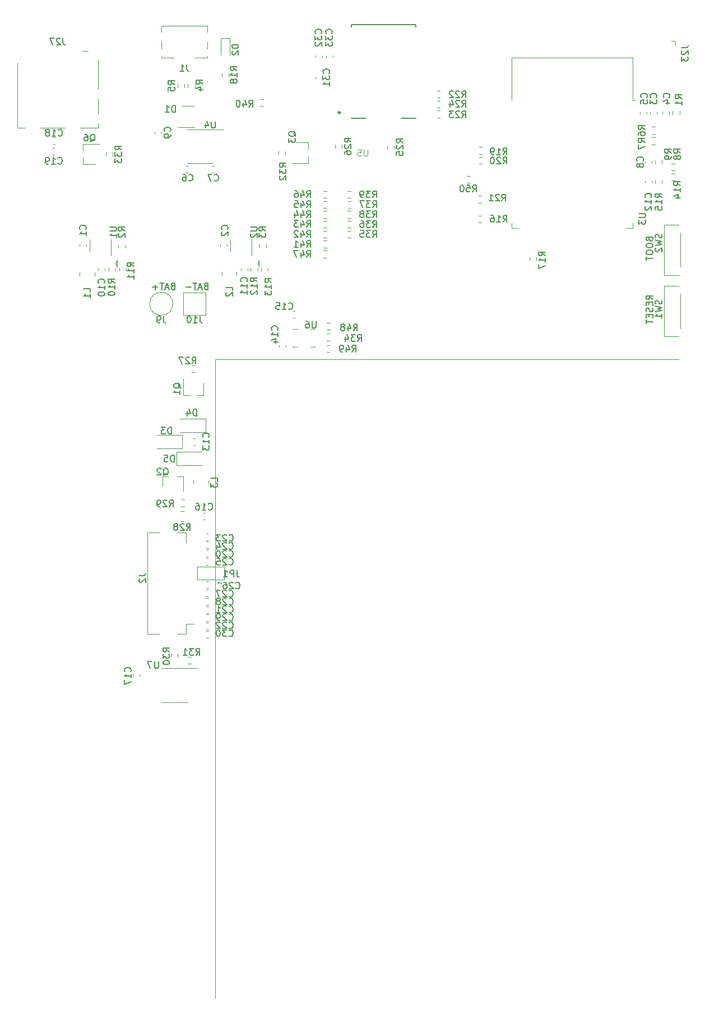
<source format=gbr>
%TF.GenerationSoftware,KiCad,Pcbnew,(5.99.0-8534-g3fcd0860c1)*%
%TF.CreationDate,2021-03-04T23:40:16+01:00*%
%TF.ProjectId,Navi_2_0,4e617669-5f32-45f3-902e-6b696361645f,rev?*%
%TF.SameCoordinates,Original*%
%TF.FileFunction,Legend,Bot*%
%TF.FilePolarity,Positive*%
%FSLAX46Y46*%
G04 Gerber Fmt 4.6, Leading zero omitted, Abs format (unit mm)*
G04 Created by KiCad (PCBNEW (5.99.0-8534-g3fcd0860c1)) date 2021-03-04 23:40:16*
%MOMM*%
%LPD*%
G01*
G04 APERTURE LIST*
%ADD10C,0.120000*%
%ADD11C,0.100000*%
%ADD12C,0.150000*%
%ADD13C,0.015000*%
%ADD14C,0.127000*%
%ADD15C,0.300000*%
G04 APERTURE END LIST*
D10*
X54250000Y-66900000D02*
X54500000Y-67400000D01*
X76000000Y-66400000D02*
X75750000Y-66900000D01*
D11*
X69350000Y-81400000D02*
X139350000Y-81400000D01*
X69350000Y-81400000D02*
X69350000Y-177900000D01*
D10*
X54500000Y-66400000D02*
X54250000Y-66900000D01*
X54500000Y-67400000D02*
X54500000Y-66400000D01*
X75750000Y-66900000D02*
X76000000Y-67400000D01*
X76000000Y-67400000D02*
X76000000Y-66400000D01*
D12*
X67957142Y-70328571D02*
X67814285Y-70376190D01*
X67766666Y-70423809D01*
X67719047Y-70519047D01*
X67719047Y-70661904D01*
X67766666Y-70757142D01*
X67814285Y-70804761D01*
X67909523Y-70852380D01*
X68290476Y-70852380D01*
X68290476Y-69852380D01*
X67957142Y-69852380D01*
X67861904Y-69900000D01*
X67814285Y-69947619D01*
X67766666Y-70042857D01*
X67766666Y-70138095D01*
X67814285Y-70233333D01*
X67861904Y-70280952D01*
X67957142Y-70328571D01*
X68290476Y-70328571D01*
X67338095Y-70566666D02*
X66861904Y-70566666D01*
X67433333Y-70852380D02*
X67100000Y-69852380D01*
X66766666Y-70852380D01*
X66576190Y-69852380D02*
X66004761Y-69852380D01*
X66290476Y-70852380D02*
X66290476Y-69852380D01*
X65671428Y-70471428D02*
X64909523Y-70471428D01*
X135452380Y-72347619D02*
X134976190Y-72014285D01*
X135452380Y-71776190D02*
X134452380Y-71776190D01*
X134452380Y-72157142D01*
X134500000Y-72252380D01*
X134547619Y-72300000D01*
X134642857Y-72347619D01*
X134785714Y-72347619D01*
X134880952Y-72300000D01*
X134928571Y-72252380D01*
X134976190Y-72157142D01*
X134976190Y-71776190D01*
X134928571Y-72776190D02*
X134928571Y-73109523D01*
X135452380Y-73252380D02*
X135452380Y-72776190D01*
X134452380Y-72776190D01*
X134452380Y-73252380D01*
X135404761Y-73633333D02*
X135452380Y-73776190D01*
X135452380Y-74014285D01*
X135404761Y-74109523D01*
X135357142Y-74157142D01*
X135261904Y-74204761D01*
X135166666Y-74204761D01*
X135071428Y-74157142D01*
X135023809Y-74109523D01*
X134976190Y-74014285D01*
X134928571Y-73823809D01*
X134880952Y-73728571D01*
X134833333Y-73680952D01*
X134738095Y-73633333D01*
X134642857Y-73633333D01*
X134547619Y-73680952D01*
X134500000Y-73728571D01*
X134452380Y-73823809D01*
X134452380Y-74061904D01*
X134500000Y-74204761D01*
X134928571Y-74633333D02*
X134928571Y-74966666D01*
X135452380Y-75109523D02*
X135452380Y-74633333D01*
X134452380Y-74633333D01*
X134452380Y-75109523D01*
X134452380Y-75395238D02*
X134452380Y-75966666D01*
X135452380Y-75680952D02*
X134452380Y-75680952D01*
X134928571Y-63242857D02*
X134976190Y-63385714D01*
X135023809Y-63433333D01*
X135119047Y-63480952D01*
X135261904Y-63480952D01*
X135357142Y-63433333D01*
X135404761Y-63385714D01*
X135452380Y-63290476D01*
X135452380Y-62909523D01*
X134452380Y-62909523D01*
X134452380Y-63242857D01*
X134500000Y-63338095D01*
X134547619Y-63385714D01*
X134642857Y-63433333D01*
X134738095Y-63433333D01*
X134833333Y-63385714D01*
X134880952Y-63338095D01*
X134928571Y-63242857D01*
X134928571Y-62909523D01*
X134452380Y-64100000D02*
X134452380Y-64290476D01*
X134500000Y-64385714D01*
X134595238Y-64480952D01*
X134785714Y-64528571D01*
X135119047Y-64528571D01*
X135309523Y-64480952D01*
X135404761Y-64385714D01*
X135452380Y-64290476D01*
X135452380Y-64100000D01*
X135404761Y-64004761D01*
X135309523Y-63909523D01*
X135119047Y-63861904D01*
X134785714Y-63861904D01*
X134595238Y-63909523D01*
X134500000Y-64004761D01*
X134452380Y-64100000D01*
X134452380Y-65147619D02*
X134452380Y-65338095D01*
X134500000Y-65433333D01*
X134595238Y-65528571D01*
X134785714Y-65576190D01*
X135119047Y-65576190D01*
X135309523Y-65528571D01*
X135404761Y-65433333D01*
X135452380Y-65338095D01*
X135452380Y-65147619D01*
X135404761Y-65052380D01*
X135309523Y-64957142D01*
X135119047Y-64909523D01*
X134785714Y-64909523D01*
X134595238Y-64957142D01*
X134500000Y-65052380D01*
X134452380Y-65147619D01*
X134452380Y-65861904D02*
X134452380Y-66433333D01*
X135452380Y-66147619D02*
X134452380Y-66147619D01*
X62957142Y-70328571D02*
X62814285Y-70376190D01*
X62766666Y-70423809D01*
X62719047Y-70519047D01*
X62719047Y-70661904D01*
X62766666Y-70757142D01*
X62814285Y-70804761D01*
X62909523Y-70852380D01*
X63290476Y-70852380D01*
X63290476Y-69852380D01*
X62957142Y-69852380D01*
X62861904Y-69900000D01*
X62814285Y-69947619D01*
X62766666Y-70042857D01*
X62766666Y-70138095D01*
X62814285Y-70233333D01*
X62861904Y-70280952D01*
X62957142Y-70328571D01*
X63290476Y-70328571D01*
X62338095Y-70566666D02*
X61861904Y-70566666D01*
X62433333Y-70852380D02*
X62100000Y-69852380D01*
X61766666Y-70852380D01*
X61576190Y-69852380D02*
X61004761Y-69852380D01*
X61290476Y-70852380D02*
X61290476Y-69852380D01*
X60671428Y-70471428D02*
X59909523Y-70471428D01*
X60290476Y-70852380D02*
X60290476Y-70090476D01*
%TO.C,J23*%
X139786380Y-34350476D02*
X140500666Y-34350476D01*
X140643523Y-34302857D01*
X140738761Y-34207619D01*
X140786380Y-34064761D01*
X140786380Y-33969523D01*
X139881619Y-34779047D02*
X139834000Y-34826666D01*
X139786380Y-34921904D01*
X139786380Y-35160000D01*
X139834000Y-35255238D01*
X139881619Y-35302857D01*
X139976857Y-35350476D01*
X140072095Y-35350476D01*
X140214952Y-35302857D01*
X140786380Y-34731428D01*
X140786380Y-35350476D01*
X139786380Y-35683809D02*
X139786380Y-36302857D01*
X140167333Y-35969523D01*
X140167333Y-36112380D01*
X140214952Y-36207619D01*
X140262571Y-36255238D01*
X140357809Y-36302857D01*
X140595904Y-36302857D01*
X140691142Y-36255238D01*
X140738761Y-36207619D01*
X140786380Y-36112380D01*
X140786380Y-35826666D01*
X140738761Y-35731428D01*
X140691142Y-35683809D01*
%TO.C,R50*%
X108242857Y-56082380D02*
X108576190Y-55606190D01*
X108814285Y-56082380D02*
X108814285Y-55082380D01*
X108433333Y-55082380D01*
X108338095Y-55130000D01*
X108290476Y-55177619D01*
X108242857Y-55272857D01*
X108242857Y-55415714D01*
X108290476Y-55510952D01*
X108338095Y-55558571D01*
X108433333Y-55606190D01*
X108814285Y-55606190D01*
X107338095Y-55082380D02*
X107814285Y-55082380D01*
X107861904Y-55558571D01*
X107814285Y-55510952D01*
X107719047Y-55463333D01*
X107480952Y-55463333D01*
X107385714Y-55510952D01*
X107338095Y-55558571D01*
X107290476Y-55653809D01*
X107290476Y-55891904D01*
X107338095Y-55987142D01*
X107385714Y-56034761D01*
X107480952Y-56082380D01*
X107719047Y-56082380D01*
X107814285Y-56034761D01*
X107861904Y-55987142D01*
X106671428Y-55082380D02*
X106576190Y-55082380D01*
X106480952Y-55130000D01*
X106433333Y-55177619D01*
X106385714Y-55272857D01*
X106338095Y-55463333D01*
X106338095Y-55701428D01*
X106385714Y-55891904D01*
X106433333Y-55987142D01*
X106480952Y-56034761D01*
X106576190Y-56082380D01*
X106671428Y-56082380D01*
X106766666Y-56034761D01*
X106814285Y-55987142D01*
X106861904Y-55891904D01*
X106909523Y-55701428D01*
X106909523Y-55463333D01*
X106861904Y-55272857D01*
X106814285Y-55177619D01*
X106766666Y-55130000D01*
X106671428Y-55082380D01*
%TO.C,R49*%
X90042857Y-80252380D02*
X90376190Y-79776190D01*
X90614285Y-80252380D02*
X90614285Y-79252380D01*
X90233333Y-79252380D01*
X90138095Y-79300000D01*
X90090476Y-79347619D01*
X90042857Y-79442857D01*
X90042857Y-79585714D01*
X90090476Y-79680952D01*
X90138095Y-79728571D01*
X90233333Y-79776190D01*
X90614285Y-79776190D01*
X89185714Y-79585714D02*
X89185714Y-80252380D01*
X89423809Y-79204761D02*
X89661904Y-79919047D01*
X89042857Y-79919047D01*
X88614285Y-80252380D02*
X88423809Y-80252380D01*
X88328571Y-80204761D01*
X88280952Y-80157142D01*
X88185714Y-80014285D01*
X88138095Y-79823809D01*
X88138095Y-79442857D01*
X88185714Y-79347619D01*
X88233333Y-79300000D01*
X88328571Y-79252380D01*
X88519047Y-79252380D01*
X88614285Y-79300000D01*
X88661904Y-79347619D01*
X88709523Y-79442857D01*
X88709523Y-79680952D01*
X88661904Y-79776190D01*
X88614285Y-79823809D01*
X88519047Y-79871428D01*
X88328571Y-79871428D01*
X88233333Y-79823809D01*
X88185714Y-79776190D01*
X88138095Y-79680952D01*
%TO.C,R48*%
X90242857Y-77052380D02*
X90576190Y-76576190D01*
X90814285Y-77052380D02*
X90814285Y-76052380D01*
X90433333Y-76052380D01*
X90338095Y-76100000D01*
X90290476Y-76147619D01*
X90242857Y-76242857D01*
X90242857Y-76385714D01*
X90290476Y-76480952D01*
X90338095Y-76528571D01*
X90433333Y-76576190D01*
X90814285Y-76576190D01*
X89385714Y-76385714D02*
X89385714Y-77052380D01*
X89623809Y-76004761D02*
X89861904Y-76719047D01*
X89242857Y-76719047D01*
X88719047Y-76480952D02*
X88814285Y-76433333D01*
X88861904Y-76385714D01*
X88909523Y-76290476D01*
X88909523Y-76242857D01*
X88861904Y-76147619D01*
X88814285Y-76100000D01*
X88719047Y-76052380D01*
X88528571Y-76052380D01*
X88433333Y-76100000D01*
X88385714Y-76147619D01*
X88338095Y-76242857D01*
X88338095Y-76290476D01*
X88385714Y-76385714D01*
X88433333Y-76433333D01*
X88528571Y-76480952D01*
X88719047Y-76480952D01*
X88814285Y-76528571D01*
X88861904Y-76576190D01*
X88909523Y-76671428D01*
X88909523Y-76861904D01*
X88861904Y-76957142D01*
X88814285Y-77004761D01*
X88719047Y-77052380D01*
X88528571Y-77052380D01*
X88433333Y-77004761D01*
X88385714Y-76957142D01*
X88338095Y-76861904D01*
X88338095Y-76671428D01*
X88385714Y-76576190D01*
X88433333Y-76528571D01*
X88528571Y-76480952D01*
%TO.C,C1*%
X49757142Y-61733333D02*
X49804761Y-61685714D01*
X49852380Y-61542857D01*
X49852380Y-61447619D01*
X49804761Y-61304761D01*
X49709523Y-61209523D01*
X49614285Y-61161904D01*
X49423809Y-61114285D01*
X49280952Y-61114285D01*
X49090476Y-61161904D01*
X48995238Y-61209523D01*
X48900000Y-61304761D01*
X48852380Y-61447619D01*
X48852380Y-61542857D01*
X48900000Y-61685714D01*
X48947619Y-61733333D01*
X49852380Y-62685714D02*
X49852380Y-62114285D01*
X49852380Y-62400000D02*
X48852380Y-62400000D01*
X48995238Y-62304761D01*
X49090476Y-62209523D01*
X49138095Y-62114285D01*
%TO.C,C2*%
X71207142Y-61733333D02*
X71254761Y-61685714D01*
X71302380Y-61542857D01*
X71302380Y-61447619D01*
X71254761Y-61304761D01*
X71159523Y-61209523D01*
X71064285Y-61161904D01*
X70873809Y-61114285D01*
X70730952Y-61114285D01*
X70540476Y-61161904D01*
X70445238Y-61209523D01*
X70350000Y-61304761D01*
X70302380Y-61447619D01*
X70302380Y-61542857D01*
X70350000Y-61685714D01*
X70397619Y-61733333D01*
X70397619Y-62114285D02*
X70350000Y-62161904D01*
X70302380Y-62257142D01*
X70302380Y-62495238D01*
X70350000Y-62590476D01*
X70397619Y-62638095D01*
X70492857Y-62685714D01*
X70588095Y-62685714D01*
X70730952Y-62638095D01*
X71302380Y-62066666D01*
X71302380Y-62685714D01*
%TO.C,C10*%
X52557142Y-69882142D02*
X52604761Y-69834523D01*
X52652380Y-69691666D01*
X52652380Y-69596428D01*
X52604761Y-69453571D01*
X52509523Y-69358333D01*
X52414285Y-69310714D01*
X52223809Y-69263095D01*
X52080952Y-69263095D01*
X51890476Y-69310714D01*
X51795238Y-69358333D01*
X51700000Y-69453571D01*
X51652380Y-69596428D01*
X51652380Y-69691666D01*
X51700000Y-69834523D01*
X51747619Y-69882142D01*
X52652380Y-70834523D02*
X52652380Y-70263095D01*
X52652380Y-70548809D02*
X51652380Y-70548809D01*
X51795238Y-70453571D01*
X51890476Y-70358333D01*
X51938095Y-70263095D01*
X51652380Y-71453571D02*
X51652380Y-71548809D01*
X51700000Y-71644047D01*
X51747619Y-71691666D01*
X51842857Y-71739285D01*
X52033333Y-71786904D01*
X52271428Y-71786904D01*
X52461904Y-71739285D01*
X52557142Y-71691666D01*
X52604761Y-71644047D01*
X52652380Y-71548809D01*
X52652380Y-71453571D01*
X52604761Y-71358333D01*
X52557142Y-71310714D01*
X52461904Y-71263095D01*
X52271428Y-71215476D01*
X52033333Y-71215476D01*
X51842857Y-71263095D01*
X51747619Y-71310714D01*
X51700000Y-71358333D01*
X51652380Y-71453571D01*
%TO.C,C11*%
X74107142Y-69657142D02*
X74154761Y-69609523D01*
X74202380Y-69466666D01*
X74202380Y-69371428D01*
X74154761Y-69228571D01*
X74059523Y-69133333D01*
X73964285Y-69085714D01*
X73773809Y-69038095D01*
X73630952Y-69038095D01*
X73440476Y-69085714D01*
X73345238Y-69133333D01*
X73250000Y-69228571D01*
X73202380Y-69371428D01*
X73202380Y-69466666D01*
X73250000Y-69609523D01*
X73297619Y-69657142D01*
X74202380Y-70609523D02*
X74202380Y-70038095D01*
X74202380Y-70323809D02*
X73202380Y-70323809D01*
X73345238Y-70228571D01*
X73440476Y-70133333D01*
X73488095Y-70038095D01*
X74202380Y-71561904D02*
X74202380Y-70990476D01*
X74202380Y-71276190D02*
X73202380Y-71276190D01*
X73345238Y-71180952D01*
X73440476Y-71085714D01*
X73488095Y-70990476D01*
%TO.C,C14*%
X78757142Y-76957142D02*
X78804761Y-76909523D01*
X78852380Y-76766666D01*
X78852380Y-76671428D01*
X78804761Y-76528571D01*
X78709523Y-76433333D01*
X78614285Y-76385714D01*
X78423809Y-76338095D01*
X78280952Y-76338095D01*
X78090476Y-76385714D01*
X77995238Y-76433333D01*
X77900000Y-76528571D01*
X77852380Y-76671428D01*
X77852380Y-76766666D01*
X77900000Y-76909523D01*
X77947619Y-76957142D01*
X78852380Y-77909523D02*
X78852380Y-77338095D01*
X78852380Y-77623809D02*
X77852380Y-77623809D01*
X77995238Y-77528571D01*
X78090476Y-77433333D01*
X78138095Y-77338095D01*
X78185714Y-78766666D02*
X78852380Y-78766666D01*
X77804761Y-78528571D02*
X78519047Y-78290476D01*
X78519047Y-78909523D01*
%TO.C,C15*%
X80442857Y-73757142D02*
X80490476Y-73804761D01*
X80633333Y-73852380D01*
X80728571Y-73852380D01*
X80871428Y-73804761D01*
X80966666Y-73709523D01*
X81014285Y-73614285D01*
X81061904Y-73423809D01*
X81061904Y-73280952D01*
X81014285Y-73090476D01*
X80966666Y-72995238D01*
X80871428Y-72900000D01*
X80728571Y-72852380D01*
X80633333Y-72852380D01*
X80490476Y-72900000D01*
X80442857Y-72947619D01*
X79490476Y-73852380D02*
X80061904Y-73852380D01*
X79776190Y-73852380D02*
X79776190Y-72852380D01*
X79871428Y-72995238D01*
X79966666Y-73090476D01*
X80061904Y-73138095D01*
X78585714Y-72852380D02*
X79061904Y-72852380D01*
X79109523Y-73328571D01*
X79061904Y-73280952D01*
X78966666Y-73233333D01*
X78728571Y-73233333D01*
X78633333Y-73280952D01*
X78585714Y-73328571D01*
X78538095Y-73423809D01*
X78538095Y-73661904D01*
X78585714Y-73757142D01*
X78633333Y-73804761D01*
X78728571Y-73852380D01*
X78966666Y-73852380D01*
X79061904Y-73804761D01*
X79109523Y-73757142D01*
%TO.C,D2*%
X72852380Y-33849404D02*
X71852380Y-33849404D01*
X71852380Y-34087500D01*
X71900000Y-34230357D01*
X71995238Y-34325595D01*
X72090476Y-34373214D01*
X72280952Y-34420833D01*
X72423809Y-34420833D01*
X72614285Y-34373214D01*
X72709523Y-34325595D01*
X72804761Y-34230357D01*
X72852380Y-34087500D01*
X72852380Y-33849404D01*
X71947619Y-34801785D02*
X71900000Y-34849404D01*
X71852380Y-34944642D01*
X71852380Y-35182738D01*
X71900000Y-35277976D01*
X71947619Y-35325595D01*
X72042857Y-35373214D01*
X72138095Y-35373214D01*
X72280952Y-35325595D01*
X72852380Y-34754166D01*
X72852380Y-35373214D01*
%TO.C,L1*%
X50452380Y-71233333D02*
X50452380Y-70757142D01*
X49452380Y-70757142D01*
X50452380Y-72090476D02*
X50452380Y-71519047D01*
X50452380Y-71804761D02*
X49452380Y-71804761D01*
X49595238Y-71709523D01*
X49690476Y-71614285D01*
X49738095Y-71519047D01*
%TO.C,L2*%
X71952380Y-70983333D02*
X71952380Y-70507142D01*
X70952380Y-70507142D01*
X71047619Y-71269047D02*
X71000000Y-71316666D01*
X70952380Y-71411904D01*
X70952380Y-71650000D01*
X71000000Y-71745238D01*
X71047619Y-71792857D01*
X71142857Y-71840476D01*
X71238095Y-71840476D01*
X71380952Y-71792857D01*
X71952380Y-71221428D01*
X71952380Y-71840476D01*
%TO.C,Q3*%
X81547619Y-47704761D02*
X81500000Y-47609523D01*
X81404761Y-47514285D01*
X81261904Y-47371428D01*
X81214285Y-47276190D01*
X81214285Y-47180952D01*
X81452380Y-47228571D02*
X81404761Y-47133333D01*
X81309523Y-47038095D01*
X81119047Y-46990476D01*
X80785714Y-46990476D01*
X80595238Y-47038095D01*
X80500000Y-47133333D01*
X80452380Y-47228571D01*
X80452380Y-47419047D01*
X80500000Y-47514285D01*
X80595238Y-47609523D01*
X80785714Y-47657142D01*
X81119047Y-47657142D01*
X81309523Y-47609523D01*
X81404761Y-47514285D01*
X81452380Y-47419047D01*
X81452380Y-47228571D01*
X80452380Y-47990476D02*
X80452380Y-48609523D01*
X80833333Y-48276190D01*
X80833333Y-48419047D01*
X80880952Y-48514285D01*
X80928571Y-48561904D01*
X81023809Y-48609523D01*
X81261904Y-48609523D01*
X81357142Y-48561904D01*
X81404761Y-48514285D01*
X81452380Y-48419047D01*
X81452380Y-48133333D01*
X81404761Y-48038095D01*
X81357142Y-47990476D01*
%TO.C,Q6*%
X50445238Y-48497619D02*
X50540476Y-48450000D01*
X50635714Y-48354761D01*
X50778571Y-48211904D01*
X50873809Y-48164285D01*
X50969047Y-48164285D01*
X50921428Y-48402380D02*
X51016666Y-48354761D01*
X51111904Y-48259523D01*
X51159523Y-48069047D01*
X51159523Y-47735714D01*
X51111904Y-47545238D01*
X51016666Y-47450000D01*
X50921428Y-47402380D01*
X50730952Y-47402380D01*
X50635714Y-47450000D01*
X50540476Y-47545238D01*
X50492857Y-47735714D01*
X50492857Y-48069047D01*
X50540476Y-48259523D01*
X50635714Y-48354761D01*
X50730952Y-48402380D01*
X50921428Y-48402380D01*
X49635714Y-47402380D02*
X49826190Y-47402380D01*
X49921428Y-47450000D01*
X49969047Y-47497619D01*
X50064285Y-47640476D01*
X50111904Y-47830952D01*
X50111904Y-48211904D01*
X50064285Y-48307142D01*
X50016666Y-48354761D01*
X49921428Y-48402380D01*
X49730952Y-48402380D01*
X49635714Y-48354761D01*
X49588095Y-48307142D01*
X49540476Y-48211904D01*
X49540476Y-47973809D01*
X49588095Y-47878571D01*
X49635714Y-47830952D01*
X49730952Y-47783333D01*
X49921428Y-47783333D01*
X50016666Y-47830952D01*
X50064285Y-47878571D01*
X50111904Y-47973809D01*
%TO.C,R2*%
X55702380Y-61983333D02*
X55226190Y-61650000D01*
X55702380Y-61411904D02*
X54702380Y-61411904D01*
X54702380Y-61792857D01*
X54750000Y-61888095D01*
X54797619Y-61935714D01*
X54892857Y-61983333D01*
X55035714Y-61983333D01*
X55130952Y-61935714D01*
X55178571Y-61888095D01*
X55226190Y-61792857D01*
X55226190Y-61411904D01*
X54797619Y-62364285D02*
X54750000Y-62411904D01*
X54702380Y-62507142D01*
X54702380Y-62745238D01*
X54750000Y-62840476D01*
X54797619Y-62888095D01*
X54892857Y-62935714D01*
X54988095Y-62935714D01*
X55130952Y-62888095D01*
X55702380Y-62316666D01*
X55702380Y-62935714D01*
%TO.C,R3*%
X76952380Y-61983333D02*
X76476190Y-61650000D01*
X76952380Y-61411904D02*
X75952380Y-61411904D01*
X75952380Y-61792857D01*
X76000000Y-61888095D01*
X76047619Y-61935714D01*
X76142857Y-61983333D01*
X76285714Y-61983333D01*
X76380952Y-61935714D01*
X76428571Y-61888095D01*
X76476190Y-61792857D01*
X76476190Y-61411904D01*
X75952380Y-62316666D02*
X75952380Y-62935714D01*
X76333333Y-62602380D01*
X76333333Y-62745238D01*
X76380952Y-62840476D01*
X76428571Y-62888095D01*
X76523809Y-62935714D01*
X76761904Y-62935714D01*
X76857142Y-62888095D01*
X76904761Y-62840476D01*
X76952380Y-62745238D01*
X76952380Y-62459523D01*
X76904761Y-62364285D01*
X76857142Y-62316666D01*
%TO.C,R10*%
X54202380Y-69832142D02*
X53726190Y-69498809D01*
X54202380Y-69260714D02*
X53202380Y-69260714D01*
X53202380Y-69641666D01*
X53250000Y-69736904D01*
X53297619Y-69784523D01*
X53392857Y-69832142D01*
X53535714Y-69832142D01*
X53630952Y-69784523D01*
X53678571Y-69736904D01*
X53726190Y-69641666D01*
X53726190Y-69260714D01*
X54202380Y-70784523D02*
X54202380Y-70213095D01*
X54202380Y-70498809D02*
X53202380Y-70498809D01*
X53345238Y-70403571D01*
X53440476Y-70308333D01*
X53488095Y-70213095D01*
X53202380Y-71403571D02*
X53202380Y-71498809D01*
X53250000Y-71594047D01*
X53297619Y-71641666D01*
X53392857Y-71689285D01*
X53583333Y-71736904D01*
X53821428Y-71736904D01*
X54011904Y-71689285D01*
X54107142Y-71641666D01*
X54154761Y-71594047D01*
X54202380Y-71498809D01*
X54202380Y-71403571D01*
X54154761Y-71308333D01*
X54107142Y-71260714D01*
X54011904Y-71213095D01*
X53821428Y-71165476D01*
X53583333Y-71165476D01*
X53392857Y-71213095D01*
X53297619Y-71260714D01*
X53250000Y-71308333D01*
X53202380Y-71403571D01*
%TO.C,R12*%
X75702380Y-69657142D02*
X75226190Y-69323809D01*
X75702380Y-69085714D02*
X74702380Y-69085714D01*
X74702380Y-69466666D01*
X74750000Y-69561904D01*
X74797619Y-69609523D01*
X74892857Y-69657142D01*
X75035714Y-69657142D01*
X75130952Y-69609523D01*
X75178571Y-69561904D01*
X75226190Y-69466666D01*
X75226190Y-69085714D01*
X75702380Y-70609523D02*
X75702380Y-70038095D01*
X75702380Y-70323809D02*
X74702380Y-70323809D01*
X74845238Y-70228571D01*
X74940476Y-70133333D01*
X74988095Y-70038095D01*
X74797619Y-70990476D02*
X74750000Y-71038095D01*
X74702380Y-71133333D01*
X74702380Y-71371428D01*
X74750000Y-71466666D01*
X74797619Y-71514285D01*
X74892857Y-71561904D01*
X74988095Y-71561904D01*
X75130952Y-71514285D01*
X75702380Y-70942857D01*
X75702380Y-71561904D01*
%TO.C,R18*%
X72652380Y-37757142D02*
X72176190Y-37423809D01*
X72652380Y-37185714D02*
X71652380Y-37185714D01*
X71652380Y-37566666D01*
X71700000Y-37661904D01*
X71747619Y-37709523D01*
X71842857Y-37757142D01*
X71985714Y-37757142D01*
X72080952Y-37709523D01*
X72128571Y-37661904D01*
X72176190Y-37566666D01*
X72176190Y-37185714D01*
X72652380Y-38709523D02*
X72652380Y-38138095D01*
X72652380Y-38423809D02*
X71652380Y-38423809D01*
X71795238Y-38328571D01*
X71890476Y-38233333D01*
X71938095Y-38138095D01*
X72080952Y-39280952D02*
X72033333Y-39185714D01*
X71985714Y-39138095D01*
X71890476Y-39090476D01*
X71842857Y-39090476D01*
X71747619Y-39138095D01*
X71700000Y-39185714D01*
X71652380Y-39280952D01*
X71652380Y-39471428D01*
X71700000Y-39566666D01*
X71747619Y-39614285D01*
X71842857Y-39661904D01*
X71890476Y-39661904D01*
X71985714Y-39614285D01*
X72033333Y-39566666D01*
X72080952Y-39471428D01*
X72080952Y-39280952D01*
X72128571Y-39185714D01*
X72176190Y-39138095D01*
X72271428Y-39090476D01*
X72461904Y-39090476D01*
X72557142Y-39138095D01*
X72604761Y-39185714D01*
X72652380Y-39280952D01*
X72652380Y-39471428D01*
X72604761Y-39566666D01*
X72557142Y-39614285D01*
X72461904Y-39661904D01*
X72271428Y-39661904D01*
X72176190Y-39614285D01*
X72128571Y-39566666D01*
X72080952Y-39471428D01*
%TO.C,R32*%
X80052380Y-52357142D02*
X79576190Y-52023809D01*
X80052380Y-51785714D02*
X79052380Y-51785714D01*
X79052380Y-52166666D01*
X79100000Y-52261904D01*
X79147619Y-52309523D01*
X79242857Y-52357142D01*
X79385714Y-52357142D01*
X79480952Y-52309523D01*
X79528571Y-52261904D01*
X79576190Y-52166666D01*
X79576190Y-51785714D01*
X79052380Y-52690476D02*
X79052380Y-53309523D01*
X79433333Y-52976190D01*
X79433333Y-53119047D01*
X79480952Y-53214285D01*
X79528571Y-53261904D01*
X79623809Y-53309523D01*
X79861904Y-53309523D01*
X79957142Y-53261904D01*
X80004761Y-53214285D01*
X80052380Y-53119047D01*
X80052380Y-52833333D01*
X80004761Y-52738095D01*
X79957142Y-52690476D01*
X79147619Y-53690476D02*
X79100000Y-53738095D01*
X79052380Y-53833333D01*
X79052380Y-54071428D01*
X79100000Y-54166666D01*
X79147619Y-54214285D01*
X79242857Y-54261904D01*
X79338095Y-54261904D01*
X79480952Y-54214285D01*
X80052380Y-53642857D01*
X80052380Y-54261904D01*
%TO.C,R33*%
X55232380Y-49757142D02*
X54756190Y-49423809D01*
X55232380Y-49185714D02*
X54232380Y-49185714D01*
X54232380Y-49566666D01*
X54280000Y-49661904D01*
X54327619Y-49709523D01*
X54422857Y-49757142D01*
X54565714Y-49757142D01*
X54660952Y-49709523D01*
X54708571Y-49661904D01*
X54756190Y-49566666D01*
X54756190Y-49185714D01*
X54232380Y-50090476D02*
X54232380Y-50709523D01*
X54613333Y-50376190D01*
X54613333Y-50519047D01*
X54660952Y-50614285D01*
X54708571Y-50661904D01*
X54803809Y-50709523D01*
X55041904Y-50709523D01*
X55137142Y-50661904D01*
X55184761Y-50614285D01*
X55232380Y-50519047D01*
X55232380Y-50233333D01*
X55184761Y-50138095D01*
X55137142Y-50090476D01*
X54232380Y-51042857D02*
X54232380Y-51661904D01*
X54613333Y-51328571D01*
X54613333Y-51471428D01*
X54660952Y-51566666D01*
X54708571Y-51614285D01*
X54803809Y-51661904D01*
X55041904Y-51661904D01*
X55137142Y-51614285D01*
X55184761Y-51566666D01*
X55232380Y-51471428D01*
X55232380Y-51185714D01*
X55184761Y-51090476D01*
X55137142Y-51042857D01*
%TO.C,R34*%
X90842857Y-78652380D02*
X91176190Y-78176190D01*
X91414285Y-78652380D02*
X91414285Y-77652380D01*
X91033333Y-77652380D01*
X90938095Y-77700000D01*
X90890476Y-77747619D01*
X90842857Y-77842857D01*
X90842857Y-77985714D01*
X90890476Y-78080952D01*
X90938095Y-78128571D01*
X91033333Y-78176190D01*
X91414285Y-78176190D01*
X90509523Y-77652380D02*
X89890476Y-77652380D01*
X90223809Y-78033333D01*
X90080952Y-78033333D01*
X89985714Y-78080952D01*
X89938095Y-78128571D01*
X89890476Y-78223809D01*
X89890476Y-78461904D01*
X89938095Y-78557142D01*
X89985714Y-78604761D01*
X90080952Y-78652380D01*
X90366666Y-78652380D01*
X90461904Y-78604761D01*
X90509523Y-78557142D01*
X89033333Y-77985714D02*
X89033333Y-78652380D01*
X89271428Y-77604761D02*
X89509523Y-78319047D01*
X88890476Y-78319047D01*
%TO.C,SW1*%
X136804761Y-72466666D02*
X136852380Y-72609523D01*
X136852380Y-72847619D01*
X136804761Y-72942857D01*
X136757142Y-72990476D01*
X136661904Y-73038095D01*
X136566666Y-73038095D01*
X136471428Y-72990476D01*
X136423809Y-72942857D01*
X136376190Y-72847619D01*
X136328571Y-72657142D01*
X136280952Y-72561904D01*
X136233333Y-72514285D01*
X136138095Y-72466666D01*
X136042857Y-72466666D01*
X135947619Y-72514285D01*
X135900000Y-72561904D01*
X135852380Y-72657142D01*
X135852380Y-72895238D01*
X135900000Y-73038095D01*
X135852380Y-73371428D02*
X136852380Y-73609523D01*
X136138095Y-73800000D01*
X136852380Y-73990476D01*
X135852380Y-74228571D01*
X136852380Y-75133333D02*
X136852380Y-74561904D01*
X136852380Y-74847619D02*
X135852380Y-74847619D01*
X135995238Y-74752380D01*
X136090476Y-74657142D01*
X136138095Y-74561904D01*
%TO.C,SW2*%
X136804761Y-62466666D02*
X136852380Y-62609523D01*
X136852380Y-62847619D01*
X136804761Y-62942857D01*
X136757142Y-62990476D01*
X136661904Y-63038095D01*
X136566666Y-63038095D01*
X136471428Y-62990476D01*
X136423809Y-62942857D01*
X136376190Y-62847619D01*
X136328571Y-62657142D01*
X136280952Y-62561904D01*
X136233333Y-62514285D01*
X136138095Y-62466666D01*
X136042857Y-62466666D01*
X135947619Y-62514285D01*
X135900000Y-62561904D01*
X135852380Y-62657142D01*
X135852380Y-62895238D01*
X135900000Y-63038095D01*
X135852380Y-63371428D02*
X136852380Y-63609523D01*
X136138095Y-63800000D01*
X136852380Y-63990476D01*
X135852380Y-64228571D01*
X135947619Y-64561904D02*
X135900000Y-64609523D01*
X135852380Y-64704761D01*
X135852380Y-64942857D01*
X135900000Y-65038095D01*
X135947619Y-65085714D01*
X136042857Y-65133333D01*
X136138095Y-65133333D01*
X136280952Y-65085714D01*
X136852380Y-64514285D01*
X136852380Y-65133333D01*
%TO.C,U1*%
X53452380Y-61388095D02*
X54261904Y-61388095D01*
X54357142Y-61435714D01*
X54404761Y-61483333D01*
X54452380Y-61578571D01*
X54452380Y-61769047D01*
X54404761Y-61864285D01*
X54357142Y-61911904D01*
X54261904Y-61959523D01*
X53452380Y-61959523D01*
X54452380Y-62959523D02*
X54452380Y-62388095D01*
X54452380Y-62673809D02*
X53452380Y-62673809D01*
X53595238Y-62578571D01*
X53690476Y-62483333D01*
X53738095Y-62388095D01*
%TO.C,U2*%
X74702380Y-61388095D02*
X75511904Y-61388095D01*
X75607142Y-61435714D01*
X75654761Y-61483333D01*
X75702380Y-61578571D01*
X75702380Y-61769047D01*
X75654761Y-61864285D01*
X75607142Y-61911904D01*
X75511904Y-61959523D01*
X74702380Y-61959523D01*
X74797619Y-62388095D02*
X74750000Y-62435714D01*
X74702380Y-62530952D01*
X74702380Y-62769047D01*
X74750000Y-62864285D01*
X74797619Y-62911904D01*
X74892857Y-62959523D01*
X74988095Y-62959523D01*
X75130952Y-62911904D01*
X75702380Y-62340476D01*
X75702380Y-62959523D01*
%TO.C,U3*%
X133362380Y-59368095D02*
X134171904Y-59368095D01*
X134267142Y-59415714D01*
X134314761Y-59463333D01*
X134362380Y-59558571D01*
X134362380Y-59749047D01*
X134314761Y-59844285D01*
X134267142Y-59891904D01*
X134171904Y-59939523D01*
X133362380Y-59939523D01*
X133362380Y-60320476D02*
X133362380Y-60939523D01*
X133743333Y-60606190D01*
X133743333Y-60749047D01*
X133790952Y-60844285D01*
X133838571Y-60891904D01*
X133933809Y-60939523D01*
X134171904Y-60939523D01*
X134267142Y-60891904D01*
X134314761Y-60844285D01*
X134362380Y-60749047D01*
X134362380Y-60463333D01*
X134314761Y-60368095D01*
X134267142Y-60320476D01*
%TO.C,U6*%
X84561904Y-75652380D02*
X84561904Y-76461904D01*
X84514285Y-76557142D01*
X84466666Y-76604761D01*
X84371428Y-76652380D01*
X84180952Y-76652380D01*
X84085714Y-76604761D01*
X84038095Y-76557142D01*
X83990476Y-76461904D01*
X83990476Y-75652380D01*
X83085714Y-75652380D02*
X83276190Y-75652380D01*
X83371428Y-75700000D01*
X83419047Y-75747619D01*
X83514285Y-75890476D01*
X83561904Y-76080952D01*
X83561904Y-76461904D01*
X83514285Y-76557142D01*
X83466666Y-76604761D01*
X83371428Y-76652380D01*
X83180952Y-76652380D01*
X83085714Y-76604761D01*
X83038095Y-76557142D01*
X82990476Y-76461904D01*
X82990476Y-76223809D01*
X83038095Y-76128571D01*
X83085714Y-76080952D01*
X83180952Y-76033333D01*
X83371428Y-76033333D01*
X83466666Y-76080952D01*
X83514285Y-76128571D01*
X83561904Y-76223809D01*
%TO.C,J9*%
X61533333Y-74850380D02*
X61533333Y-75564666D01*
X61580952Y-75707523D01*
X61676190Y-75802761D01*
X61819047Y-75850380D01*
X61914285Y-75850380D01*
X61009523Y-75850380D02*
X60819047Y-75850380D01*
X60723809Y-75802761D01*
X60676190Y-75755142D01*
X60580952Y-75612285D01*
X60533333Y-75421809D01*
X60533333Y-75040857D01*
X60580952Y-74945619D01*
X60628571Y-74898000D01*
X60723809Y-74850380D01*
X60914285Y-74850380D01*
X61009523Y-74898000D01*
X61057142Y-74945619D01*
X61104761Y-75040857D01*
X61104761Y-75278952D01*
X61057142Y-75374190D01*
X61009523Y-75421809D01*
X60914285Y-75469428D01*
X60723809Y-75469428D01*
X60628571Y-75421809D01*
X60580952Y-75374190D01*
X60533333Y-75278952D01*
%TO.C,J10*%
X67059523Y-74850380D02*
X67059523Y-75564666D01*
X67107142Y-75707523D01*
X67202380Y-75802761D01*
X67345238Y-75850380D01*
X67440476Y-75850380D01*
X66059523Y-75850380D02*
X66630952Y-75850380D01*
X66345238Y-75850380D02*
X66345238Y-74850380D01*
X66440476Y-74993238D01*
X66535714Y-75088476D01*
X66630952Y-75136095D01*
X65440476Y-74850380D02*
X65345238Y-74850380D01*
X65250000Y-74898000D01*
X65202380Y-74945619D01*
X65154761Y-75040857D01*
X65107142Y-75231333D01*
X65107142Y-75469428D01*
X65154761Y-75659904D01*
X65202380Y-75755142D01*
X65250000Y-75802761D01*
X65345238Y-75850380D01*
X65440476Y-75850380D01*
X65535714Y-75802761D01*
X65583333Y-75755142D01*
X65630952Y-75659904D01*
X65678571Y-75469428D01*
X65678571Y-75231333D01*
X65630952Y-75040857D01*
X65583333Y-74945619D01*
X65535714Y-74898000D01*
X65440476Y-74850380D01*
%TO.C,C3*%
X135957142Y-41833333D02*
X136004761Y-41785714D01*
X136052380Y-41642857D01*
X136052380Y-41547619D01*
X136004761Y-41404761D01*
X135909523Y-41309523D01*
X135814285Y-41261904D01*
X135623809Y-41214285D01*
X135480952Y-41214285D01*
X135290476Y-41261904D01*
X135195238Y-41309523D01*
X135100000Y-41404761D01*
X135052380Y-41547619D01*
X135052380Y-41642857D01*
X135100000Y-41785714D01*
X135147619Y-41833333D01*
X135052380Y-42166666D02*
X135052380Y-42785714D01*
X135433333Y-42452380D01*
X135433333Y-42595238D01*
X135480952Y-42690476D01*
X135528571Y-42738095D01*
X135623809Y-42785714D01*
X135861904Y-42785714D01*
X135957142Y-42738095D01*
X136004761Y-42690476D01*
X136052380Y-42595238D01*
X136052380Y-42309523D01*
X136004761Y-42214285D01*
X135957142Y-42166666D01*
%TO.C,C4*%
X137957142Y-41833333D02*
X138004761Y-41785714D01*
X138052380Y-41642857D01*
X138052380Y-41547619D01*
X138004761Y-41404761D01*
X137909523Y-41309523D01*
X137814285Y-41261904D01*
X137623809Y-41214285D01*
X137480952Y-41214285D01*
X137290476Y-41261904D01*
X137195238Y-41309523D01*
X137100000Y-41404761D01*
X137052380Y-41547619D01*
X137052380Y-41642857D01*
X137100000Y-41785714D01*
X137147619Y-41833333D01*
X137385714Y-42690476D02*
X138052380Y-42690476D01*
X137004761Y-42452380D02*
X137719047Y-42214285D01*
X137719047Y-42833333D01*
%TO.C,C8*%
X133957142Y-51433333D02*
X134004761Y-51385714D01*
X134052380Y-51242857D01*
X134052380Y-51147619D01*
X134004761Y-51004761D01*
X133909523Y-50909523D01*
X133814285Y-50861904D01*
X133623809Y-50814285D01*
X133480952Y-50814285D01*
X133290476Y-50861904D01*
X133195238Y-50909523D01*
X133100000Y-51004761D01*
X133052380Y-51147619D01*
X133052380Y-51242857D01*
X133100000Y-51385714D01*
X133147619Y-51433333D01*
X133480952Y-52004761D02*
X133433333Y-51909523D01*
X133385714Y-51861904D01*
X133290476Y-51814285D01*
X133242857Y-51814285D01*
X133147619Y-51861904D01*
X133100000Y-51909523D01*
X133052380Y-52004761D01*
X133052380Y-52195238D01*
X133100000Y-52290476D01*
X133147619Y-52338095D01*
X133242857Y-52385714D01*
X133290476Y-52385714D01*
X133385714Y-52338095D01*
X133433333Y-52290476D01*
X133480952Y-52195238D01*
X133480952Y-52004761D01*
X133528571Y-51909523D01*
X133576190Y-51861904D01*
X133671428Y-51814285D01*
X133861904Y-51814285D01*
X133957142Y-51861904D01*
X134004761Y-51909523D01*
X134052380Y-52004761D01*
X134052380Y-52195238D01*
X134004761Y-52290476D01*
X133957142Y-52338095D01*
X133861904Y-52385714D01*
X133671428Y-52385714D01*
X133576190Y-52338095D01*
X133528571Y-52290476D01*
X133480952Y-52195238D01*
%TO.C,C12*%
X135157142Y-56957142D02*
X135204761Y-56909523D01*
X135252380Y-56766666D01*
X135252380Y-56671428D01*
X135204761Y-56528571D01*
X135109523Y-56433333D01*
X135014285Y-56385714D01*
X134823809Y-56338095D01*
X134680952Y-56338095D01*
X134490476Y-56385714D01*
X134395238Y-56433333D01*
X134300000Y-56528571D01*
X134252380Y-56671428D01*
X134252380Y-56766666D01*
X134300000Y-56909523D01*
X134347619Y-56957142D01*
X135252380Y-57909523D02*
X135252380Y-57338095D01*
X135252380Y-57623809D02*
X134252380Y-57623809D01*
X134395238Y-57528571D01*
X134490476Y-57433333D01*
X134538095Y-57338095D01*
X134347619Y-58290476D02*
X134300000Y-58338095D01*
X134252380Y-58433333D01*
X134252380Y-58671428D01*
X134300000Y-58766666D01*
X134347619Y-58814285D01*
X134442857Y-58861904D01*
X134538095Y-58861904D01*
X134680952Y-58814285D01*
X135252380Y-58242857D01*
X135252380Y-58861904D01*
%TO.C,C5*%
X134557142Y-41833333D02*
X134604761Y-41785714D01*
X134652380Y-41642857D01*
X134652380Y-41547619D01*
X134604761Y-41404761D01*
X134509523Y-41309523D01*
X134414285Y-41261904D01*
X134223809Y-41214285D01*
X134080952Y-41214285D01*
X133890476Y-41261904D01*
X133795238Y-41309523D01*
X133700000Y-41404761D01*
X133652380Y-41547619D01*
X133652380Y-41642857D01*
X133700000Y-41785714D01*
X133747619Y-41833333D01*
X133652380Y-42738095D02*
X133652380Y-42261904D01*
X134128571Y-42214285D01*
X134080952Y-42261904D01*
X134033333Y-42357142D01*
X134033333Y-42595238D01*
X134080952Y-42690476D01*
X134128571Y-42738095D01*
X134223809Y-42785714D01*
X134461904Y-42785714D01*
X134557142Y-42738095D01*
X134604761Y-42690476D01*
X134652380Y-42595238D01*
X134652380Y-42357142D01*
X134604761Y-42261904D01*
X134557142Y-42214285D01*
%TO.C,R6*%
X134252380Y-46633333D02*
X133776190Y-46300000D01*
X134252380Y-46061904D02*
X133252380Y-46061904D01*
X133252380Y-46442857D01*
X133300000Y-46538095D01*
X133347619Y-46585714D01*
X133442857Y-46633333D01*
X133585714Y-46633333D01*
X133680952Y-46585714D01*
X133728571Y-46538095D01*
X133776190Y-46442857D01*
X133776190Y-46061904D01*
X133252380Y-47490476D02*
X133252380Y-47300000D01*
X133300000Y-47204761D01*
X133347619Y-47157142D01*
X133490476Y-47061904D01*
X133680952Y-47014285D01*
X134061904Y-47014285D01*
X134157142Y-47061904D01*
X134204761Y-47109523D01*
X134252380Y-47204761D01*
X134252380Y-47395238D01*
X134204761Y-47490476D01*
X134157142Y-47538095D01*
X134061904Y-47585714D01*
X133823809Y-47585714D01*
X133728571Y-47538095D01*
X133680952Y-47490476D01*
X133633333Y-47395238D01*
X133633333Y-47204761D01*
X133680952Y-47109523D01*
X133728571Y-47061904D01*
X133823809Y-47014285D01*
%TO.C,R1*%
X139852380Y-42033333D02*
X139376190Y-41700000D01*
X139852380Y-41461904D02*
X138852380Y-41461904D01*
X138852380Y-41842857D01*
X138900000Y-41938095D01*
X138947619Y-41985714D01*
X139042857Y-42033333D01*
X139185714Y-42033333D01*
X139280952Y-41985714D01*
X139328571Y-41938095D01*
X139376190Y-41842857D01*
X139376190Y-41461904D01*
X139852380Y-42985714D02*
X139852380Y-42414285D01*
X139852380Y-42700000D02*
X138852380Y-42700000D01*
X138995238Y-42604761D01*
X139090476Y-42509523D01*
X139138095Y-42414285D01*
%TO.C,R15*%
X136852380Y-56957142D02*
X136376190Y-56623809D01*
X136852380Y-56385714D02*
X135852380Y-56385714D01*
X135852380Y-56766666D01*
X135900000Y-56861904D01*
X135947619Y-56909523D01*
X136042857Y-56957142D01*
X136185714Y-56957142D01*
X136280952Y-56909523D01*
X136328571Y-56861904D01*
X136376190Y-56766666D01*
X136376190Y-56385714D01*
X136852380Y-57909523D02*
X136852380Y-57338095D01*
X136852380Y-57623809D02*
X135852380Y-57623809D01*
X135995238Y-57528571D01*
X136090476Y-57433333D01*
X136138095Y-57338095D01*
X135852380Y-58814285D02*
X135852380Y-58338095D01*
X136328571Y-58290476D01*
X136280952Y-58338095D01*
X136233333Y-58433333D01*
X136233333Y-58671428D01*
X136280952Y-58766666D01*
X136328571Y-58814285D01*
X136423809Y-58861904D01*
X136661904Y-58861904D01*
X136757142Y-58814285D01*
X136804761Y-58766666D01*
X136852380Y-58671428D01*
X136852380Y-58433333D01*
X136804761Y-58338095D01*
X136757142Y-58290476D01*
%TO.C,R21*%
X112642857Y-57452380D02*
X112976190Y-56976190D01*
X113214285Y-57452380D02*
X113214285Y-56452380D01*
X112833333Y-56452380D01*
X112738095Y-56500000D01*
X112690476Y-56547619D01*
X112642857Y-56642857D01*
X112642857Y-56785714D01*
X112690476Y-56880952D01*
X112738095Y-56928571D01*
X112833333Y-56976190D01*
X113214285Y-56976190D01*
X112261904Y-56547619D02*
X112214285Y-56500000D01*
X112119047Y-56452380D01*
X111880952Y-56452380D01*
X111785714Y-56500000D01*
X111738095Y-56547619D01*
X111690476Y-56642857D01*
X111690476Y-56738095D01*
X111738095Y-56880952D01*
X112309523Y-57452380D01*
X111690476Y-57452380D01*
X110738095Y-57452380D02*
X111309523Y-57452380D01*
X111023809Y-57452380D02*
X111023809Y-56452380D01*
X111119047Y-56595238D01*
X111214285Y-56690476D01*
X111309523Y-56738095D01*
%TO.C,R7*%
X134252380Y-48633333D02*
X133776190Y-48300000D01*
X134252380Y-48061904D02*
X133252380Y-48061904D01*
X133252380Y-48442857D01*
X133300000Y-48538095D01*
X133347619Y-48585714D01*
X133442857Y-48633333D01*
X133585714Y-48633333D01*
X133680952Y-48585714D01*
X133728571Y-48538095D01*
X133776190Y-48442857D01*
X133776190Y-48061904D01*
X133252380Y-48966666D02*
X133252380Y-49633333D01*
X134252380Y-49204761D01*
%TO.C,R26*%
X89882380Y-48557142D02*
X89406190Y-48223809D01*
X89882380Y-47985714D02*
X88882380Y-47985714D01*
X88882380Y-48366666D01*
X88930000Y-48461904D01*
X88977619Y-48509523D01*
X89072857Y-48557142D01*
X89215714Y-48557142D01*
X89310952Y-48509523D01*
X89358571Y-48461904D01*
X89406190Y-48366666D01*
X89406190Y-47985714D01*
X88977619Y-48938095D02*
X88930000Y-48985714D01*
X88882380Y-49080952D01*
X88882380Y-49319047D01*
X88930000Y-49414285D01*
X88977619Y-49461904D01*
X89072857Y-49509523D01*
X89168095Y-49509523D01*
X89310952Y-49461904D01*
X89882380Y-48890476D01*
X89882380Y-49509523D01*
X88882380Y-50366666D02*
X88882380Y-50176190D01*
X88930000Y-50080952D01*
X88977619Y-50033333D01*
X89120476Y-49938095D01*
X89310952Y-49890476D01*
X89691904Y-49890476D01*
X89787142Y-49938095D01*
X89834761Y-49985714D01*
X89882380Y-50080952D01*
X89882380Y-50271428D01*
X89834761Y-50366666D01*
X89787142Y-50414285D01*
X89691904Y-50461904D01*
X89453809Y-50461904D01*
X89358571Y-50414285D01*
X89310952Y-50366666D01*
X89263333Y-50271428D01*
X89263333Y-50080952D01*
X89310952Y-49985714D01*
X89358571Y-49938095D01*
X89453809Y-49890476D01*
%TO.C,R20*%
X112842857Y-51852380D02*
X113176190Y-51376190D01*
X113414285Y-51852380D02*
X113414285Y-50852380D01*
X113033333Y-50852380D01*
X112938095Y-50900000D01*
X112890476Y-50947619D01*
X112842857Y-51042857D01*
X112842857Y-51185714D01*
X112890476Y-51280952D01*
X112938095Y-51328571D01*
X113033333Y-51376190D01*
X113414285Y-51376190D01*
X112461904Y-50947619D02*
X112414285Y-50900000D01*
X112319047Y-50852380D01*
X112080952Y-50852380D01*
X111985714Y-50900000D01*
X111938095Y-50947619D01*
X111890476Y-51042857D01*
X111890476Y-51138095D01*
X111938095Y-51280952D01*
X112509523Y-51852380D01*
X111890476Y-51852380D01*
X111271428Y-50852380D02*
X111176190Y-50852380D01*
X111080952Y-50900000D01*
X111033333Y-50947619D01*
X110985714Y-51042857D01*
X110938095Y-51233333D01*
X110938095Y-51471428D01*
X110985714Y-51661904D01*
X111033333Y-51757142D01*
X111080952Y-51804761D01*
X111176190Y-51852380D01*
X111271428Y-51852380D01*
X111366666Y-51804761D01*
X111414285Y-51757142D01*
X111461904Y-51661904D01*
X111509523Y-51471428D01*
X111509523Y-51233333D01*
X111461904Y-51042857D01*
X111414285Y-50947619D01*
X111366666Y-50900000D01*
X111271428Y-50852380D01*
%TO.C,R16*%
X112842857Y-60652380D02*
X113176190Y-60176190D01*
X113414285Y-60652380D02*
X113414285Y-59652380D01*
X113033333Y-59652380D01*
X112938095Y-59700000D01*
X112890476Y-59747619D01*
X112842857Y-59842857D01*
X112842857Y-59985714D01*
X112890476Y-60080952D01*
X112938095Y-60128571D01*
X113033333Y-60176190D01*
X113414285Y-60176190D01*
X111890476Y-60652380D02*
X112461904Y-60652380D01*
X112176190Y-60652380D02*
X112176190Y-59652380D01*
X112271428Y-59795238D01*
X112366666Y-59890476D01*
X112461904Y-59938095D01*
X111033333Y-59652380D02*
X111223809Y-59652380D01*
X111319047Y-59700000D01*
X111366666Y-59747619D01*
X111461904Y-59890476D01*
X111509523Y-60080952D01*
X111509523Y-60461904D01*
X111461904Y-60557142D01*
X111414285Y-60604761D01*
X111319047Y-60652380D01*
X111128571Y-60652380D01*
X111033333Y-60604761D01*
X110985714Y-60557142D01*
X110938095Y-60461904D01*
X110938095Y-60223809D01*
X110985714Y-60128571D01*
X111033333Y-60080952D01*
X111128571Y-60033333D01*
X111319047Y-60033333D01*
X111414285Y-60080952D01*
X111461904Y-60128571D01*
X111509523Y-60223809D01*
%TO.C,R8*%
X139652380Y-50233333D02*
X139176190Y-49900000D01*
X139652380Y-49661904D02*
X138652380Y-49661904D01*
X138652380Y-50042857D01*
X138700000Y-50138095D01*
X138747619Y-50185714D01*
X138842857Y-50233333D01*
X138985714Y-50233333D01*
X139080952Y-50185714D01*
X139128571Y-50138095D01*
X139176190Y-50042857D01*
X139176190Y-49661904D01*
X139080952Y-50804761D02*
X139033333Y-50709523D01*
X138985714Y-50661904D01*
X138890476Y-50614285D01*
X138842857Y-50614285D01*
X138747619Y-50661904D01*
X138700000Y-50709523D01*
X138652380Y-50804761D01*
X138652380Y-50995238D01*
X138700000Y-51090476D01*
X138747619Y-51138095D01*
X138842857Y-51185714D01*
X138890476Y-51185714D01*
X138985714Y-51138095D01*
X139033333Y-51090476D01*
X139080952Y-50995238D01*
X139080952Y-50804761D01*
X139128571Y-50709523D01*
X139176190Y-50661904D01*
X139271428Y-50614285D01*
X139461904Y-50614285D01*
X139557142Y-50661904D01*
X139604761Y-50709523D01*
X139652380Y-50804761D01*
X139652380Y-50995238D01*
X139604761Y-51090476D01*
X139557142Y-51138095D01*
X139461904Y-51185714D01*
X139271428Y-51185714D01*
X139176190Y-51138095D01*
X139128571Y-51090476D01*
X139080952Y-50995238D01*
%TO.C,R9*%
X138252380Y-50233333D02*
X137776190Y-49900000D01*
X138252380Y-49661904D02*
X137252380Y-49661904D01*
X137252380Y-50042857D01*
X137300000Y-50138095D01*
X137347619Y-50185714D01*
X137442857Y-50233333D01*
X137585714Y-50233333D01*
X137680952Y-50185714D01*
X137728571Y-50138095D01*
X137776190Y-50042857D01*
X137776190Y-49661904D01*
X138252380Y-50709523D02*
X138252380Y-50900000D01*
X138204761Y-50995238D01*
X138157142Y-51042857D01*
X138014285Y-51138095D01*
X137823809Y-51185714D01*
X137442857Y-51185714D01*
X137347619Y-51138095D01*
X137300000Y-51090476D01*
X137252380Y-50995238D01*
X137252380Y-50804761D01*
X137300000Y-50709523D01*
X137347619Y-50661904D01*
X137442857Y-50614285D01*
X137680952Y-50614285D01*
X137776190Y-50661904D01*
X137823809Y-50709523D01*
X137871428Y-50804761D01*
X137871428Y-50995238D01*
X137823809Y-51090476D01*
X137776190Y-51138095D01*
X137680952Y-51185714D01*
%TO.C,R19*%
X112842857Y-50452380D02*
X113176190Y-49976190D01*
X113414285Y-50452380D02*
X113414285Y-49452380D01*
X113033333Y-49452380D01*
X112938095Y-49500000D01*
X112890476Y-49547619D01*
X112842857Y-49642857D01*
X112842857Y-49785714D01*
X112890476Y-49880952D01*
X112938095Y-49928571D01*
X113033333Y-49976190D01*
X113414285Y-49976190D01*
X111890476Y-50452380D02*
X112461904Y-50452380D01*
X112176190Y-50452380D02*
X112176190Y-49452380D01*
X112271428Y-49595238D01*
X112366666Y-49690476D01*
X112461904Y-49738095D01*
X111414285Y-50452380D02*
X111223809Y-50452380D01*
X111128571Y-50404761D01*
X111080952Y-50357142D01*
X110985714Y-50214285D01*
X110938095Y-50023809D01*
X110938095Y-49642857D01*
X110985714Y-49547619D01*
X111033333Y-49500000D01*
X111128571Y-49452380D01*
X111319047Y-49452380D01*
X111414285Y-49500000D01*
X111461904Y-49547619D01*
X111509523Y-49642857D01*
X111509523Y-49880952D01*
X111461904Y-49976190D01*
X111414285Y-50023809D01*
X111319047Y-50071428D01*
X111128571Y-50071428D01*
X111033333Y-50023809D01*
X110985714Y-49976190D01*
X110938095Y-49880952D01*
%TO.C,R14*%
X139652380Y-55157142D02*
X139176190Y-54823809D01*
X139652380Y-54585714D02*
X138652380Y-54585714D01*
X138652380Y-54966666D01*
X138700000Y-55061904D01*
X138747619Y-55109523D01*
X138842857Y-55157142D01*
X138985714Y-55157142D01*
X139080952Y-55109523D01*
X139128571Y-55061904D01*
X139176190Y-54966666D01*
X139176190Y-54585714D01*
X139652380Y-56109523D02*
X139652380Y-55538095D01*
X139652380Y-55823809D02*
X138652380Y-55823809D01*
X138795238Y-55728571D01*
X138890476Y-55633333D01*
X138938095Y-55538095D01*
X138985714Y-56966666D02*
X139652380Y-56966666D01*
X138604761Y-56728571D02*
X139319047Y-56490476D01*
X139319047Y-57109523D01*
%TO.C,R17*%
X119232380Y-65757142D02*
X118756190Y-65423809D01*
X119232380Y-65185714D02*
X118232380Y-65185714D01*
X118232380Y-65566666D01*
X118280000Y-65661904D01*
X118327619Y-65709523D01*
X118422857Y-65757142D01*
X118565714Y-65757142D01*
X118660952Y-65709523D01*
X118708571Y-65661904D01*
X118756190Y-65566666D01*
X118756190Y-65185714D01*
X119232380Y-66709523D02*
X119232380Y-66138095D01*
X119232380Y-66423809D02*
X118232380Y-66423809D01*
X118375238Y-66328571D01*
X118470476Y-66233333D01*
X118518095Y-66138095D01*
X118232380Y-67042857D02*
X118232380Y-67709523D01*
X119232380Y-67280952D01*
%TO.C,C22*%
X71442857Y-121957142D02*
X71490476Y-122004761D01*
X71633333Y-122052380D01*
X71728571Y-122052380D01*
X71871428Y-122004761D01*
X71966666Y-121909523D01*
X72014285Y-121814285D01*
X72061904Y-121623809D01*
X72061904Y-121480952D01*
X72014285Y-121290476D01*
X71966666Y-121195238D01*
X71871428Y-121100000D01*
X71728571Y-121052380D01*
X71633333Y-121052380D01*
X71490476Y-121100000D01*
X71442857Y-121147619D01*
X71061904Y-121147619D02*
X71014285Y-121100000D01*
X70919047Y-121052380D01*
X70680952Y-121052380D01*
X70585714Y-121100000D01*
X70538095Y-121147619D01*
X70490476Y-121242857D01*
X70490476Y-121338095D01*
X70538095Y-121480952D01*
X71109523Y-122052380D01*
X70490476Y-122052380D01*
X70109523Y-121147619D02*
X70061904Y-121100000D01*
X69966666Y-121052380D01*
X69728571Y-121052380D01*
X69633333Y-121100000D01*
X69585714Y-121147619D01*
X69538095Y-121242857D01*
X69538095Y-121338095D01*
X69585714Y-121480952D01*
X70157142Y-122052380D01*
X69538095Y-122052380D01*
%TO.C,C13*%
X68357142Y-93157142D02*
X68404761Y-93109523D01*
X68452380Y-92966666D01*
X68452380Y-92871428D01*
X68404761Y-92728571D01*
X68309523Y-92633333D01*
X68214285Y-92585714D01*
X68023809Y-92538095D01*
X67880952Y-92538095D01*
X67690476Y-92585714D01*
X67595238Y-92633333D01*
X67500000Y-92728571D01*
X67452380Y-92871428D01*
X67452380Y-92966666D01*
X67500000Y-93109523D01*
X67547619Y-93157142D01*
X68452380Y-94109523D02*
X68452380Y-93538095D01*
X68452380Y-93823809D02*
X67452380Y-93823809D01*
X67595238Y-93728571D01*
X67690476Y-93633333D01*
X67738095Y-93538095D01*
X67452380Y-94442857D02*
X67452380Y-95061904D01*
X67833333Y-94728571D01*
X67833333Y-94871428D01*
X67880952Y-94966666D01*
X67928571Y-95014285D01*
X68023809Y-95061904D01*
X68261904Y-95061904D01*
X68357142Y-95014285D01*
X68404761Y-94966666D01*
X68452380Y-94871428D01*
X68452380Y-94585714D01*
X68404761Y-94490476D01*
X68357142Y-94442857D01*
%TO.C,C16*%
X68317857Y-104027142D02*
X68365476Y-104074761D01*
X68508333Y-104122380D01*
X68603571Y-104122380D01*
X68746428Y-104074761D01*
X68841666Y-103979523D01*
X68889285Y-103884285D01*
X68936904Y-103693809D01*
X68936904Y-103550952D01*
X68889285Y-103360476D01*
X68841666Y-103265238D01*
X68746428Y-103170000D01*
X68603571Y-103122380D01*
X68508333Y-103122380D01*
X68365476Y-103170000D01*
X68317857Y-103217619D01*
X67365476Y-104122380D02*
X67936904Y-104122380D01*
X67651190Y-104122380D02*
X67651190Y-103122380D01*
X67746428Y-103265238D01*
X67841666Y-103360476D01*
X67936904Y-103408095D01*
X66508333Y-103122380D02*
X66698809Y-103122380D01*
X66794047Y-103170000D01*
X66841666Y-103217619D01*
X66936904Y-103360476D01*
X66984523Y-103550952D01*
X66984523Y-103931904D01*
X66936904Y-104027142D01*
X66889285Y-104074761D01*
X66794047Y-104122380D01*
X66603571Y-104122380D01*
X66508333Y-104074761D01*
X66460714Y-104027142D01*
X66413095Y-103931904D01*
X66413095Y-103693809D01*
X66460714Y-103598571D01*
X66508333Y-103550952D01*
X66603571Y-103503333D01*
X66794047Y-103503333D01*
X66889285Y-103550952D01*
X66936904Y-103598571D01*
X66984523Y-103693809D01*
%TO.C,C17*%
X56557142Y-128557142D02*
X56604761Y-128509523D01*
X56652380Y-128366666D01*
X56652380Y-128271428D01*
X56604761Y-128128571D01*
X56509523Y-128033333D01*
X56414285Y-127985714D01*
X56223809Y-127938095D01*
X56080952Y-127938095D01*
X55890476Y-127985714D01*
X55795238Y-128033333D01*
X55700000Y-128128571D01*
X55652380Y-128271428D01*
X55652380Y-128366666D01*
X55700000Y-128509523D01*
X55747619Y-128557142D01*
X56652380Y-129509523D02*
X56652380Y-128938095D01*
X56652380Y-129223809D02*
X55652380Y-129223809D01*
X55795238Y-129128571D01*
X55890476Y-129033333D01*
X55938095Y-128938095D01*
X55652380Y-129842857D02*
X55652380Y-130509523D01*
X56652380Y-130080952D01*
%TO.C,C21*%
X71442857Y-119557142D02*
X71490476Y-119604761D01*
X71633333Y-119652380D01*
X71728571Y-119652380D01*
X71871428Y-119604761D01*
X71966666Y-119509523D01*
X72014285Y-119414285D01*
X72061904Y-119223809D01*
X72061904Y-119080952D01*
X72014285Y-118890476D01*
X71966666Y-118795238D01*
X71871428Y-118700000D01*
X71728571Y-118652380D01*
X71633333Y-118652380D01*
X71490476Y-118700000D01*
X71442857Y-118747619D01*
X71061904Y-118747619D02*
X71014285Y-118700000D01*
X70919047Y-118652380D01*
X70680952Y-118652380D01*
X70585714Y-118700000D01*
X70538095Y-118747619D01*
X70490476Y-118842857D01*
X70490476Y-118938095D01*
X70538095Y-119080952D01*
X71109523Y-119652380D01*
X70490476Y-119652380D01*
X69538095Y-119652380D02*
X70109523Y-119652380D01*
X69823809Y-119652380D02*
X69823809Y-118652380D01*
X69919047Y-118795238D01*
X70014285Y-118890476D01*
X70109523Y-118938095D01*
%TO.C,C20*%
X71442857Y-111157142D02*
X71490476Y-111204761D01*
X71633333Y-111252380D01*
X71728571Y-111252380D01*
X71871428Y-111204761D01*
X71966666Y-111109523D01*
X72014285Y-111014285D01*
X72061904Y-110823809D01*
X72061904Y-110680952D01*
X72014285Y-110490476D01*
X71966666Y-110395238D01*
X71871428Y-110300000D01*
X71728571Y-110252380D01*
X71633333Y-110252380D01*
X71490476Y-110300000D01*
X71442857Y-110347619D01*
X71061904Y-110347619D02*
X71014285Y-110300000D01*
X70919047Y-110252380D01*
X70680952Y-110252380D01*
X70585714Y-110300000D01*
X70538095Y-110347619D01*
X70490476Y-110442857D01*
X70490476Y-110538095D01*
X70538095Y-110680952D01*
X71109523Y-111252380D01*
X70490476Y-111252380D01*
X69871428Y-110252380D02*
X69776190Y-110252380D01*
X69680952Y-110300000D01*
X69633333Y-110347619D01*
X69585714Y-110442857D01*
X69538095Y-110633333D01*
X69538095Y-110871428D01*
X69585714Y-111061904D01*
X69633333Y-111157142D01*
X69680952Y-111204761D01*
X69776190Y-111252380D01*
X69871428Y-111252380D01*
X69966666Y-111204761D01*
X70014285Y-111157142D01*
X70061904Y-111061904D01*
X70109523Y-110871428D01*
X70109523Y-110633333D01*
X70061904Y-110442857D01*
X70014285Y-110347619D01*
X69966666Y-110300000D01*
X69871428Y-110252380D01*
%TO.C,D4*%
X66565095Y-89897380D02*
X66565095Y-88897380D01*
X66327000Y-88897380D01*
X66184142Y-88945000D01*
X66088904Y-89040238D01*
X66041285Y-89135476D01*
X65993666Y-89325952D01*
X65993666Y-89468809D01*
X66041285Y-89659285D01*
X66088904Y-89754523D01*
X66184142Y-89849761D01*
X66327000Y-89897380D01*
X66565095Y-89897380D01*
X65136523Y-89230714D02*
X65136523Y-89897380D01*
X65374619Y-88849761D02*
X65612714Y-89564047D01*
X64993666Y-89564047D01*
%TO.C,C23*%
X71442857Y-108757142D02*
X71490476Y-108804761D01*
X71633333Y-108852380D01*
X71728571Y-108852380D01*
X71871428Y-108804761D01*
X71966666Y-108709523D01*
X72014285Y-108614285D01*
X72061904Y-108423809D01*
X72061904Y-108280952D01*
X72014285Y-108090476D01*
X71966666Y-107995238D01*
X71871428Y-107900000D01*
X71728571Y-107852380D01*
X71633333Y-107852380D01*
X71490476Y-107900000D01*
X71442857Y-107947619D01*
X71061904Y-107947619D02*
X71014285Y-107900000D01*
X70919047Y-107852380D01*
X70680952Y-107852380D01*
X70585714Y-107900000D01*
X70538095Y-107947619D01*
X70490476Y-108042857D01*
X70490476Y-108138095D01*
X70538095Y-108280952D01*
X71109523Y-108852380D01*
X70490476Y-108852380D01*
X70157142Y-107852380D02*
X69538095Y-107852380D01*
X69871428Y-108233333D01*
X69728571Y-108233333D01*
X69633333Y-108280952D01*
X69585714Y-108328571D01*
X69538095Y-108423809D01*
X69538095Y-108661904D01*
X69585714Y-108757142D01*
X69633333Y-108804761D01*
X69728571Y-108852380D01*
X70014285Y-108852380D01*
X70109523Y-108804761D01*
X70157142Y-108757142D01*
%TO.C,C24*%
X71442857Y-109957142D02*
X71490476Y-110004761D01*
X71633333Y-110052380D01*
X71728571Y-110052380D01*
X71871428Y-110004761D01*
X71966666Y-109909523D01*
X72014285Y-109814285D01*
X72061904Y-109623809D01*
X72061904Y-109480952D01*
X72014285Y-109290476D01*
X71966666Y-109195238D01*
X71871428Y-109100000D01*
X71728571Y-109052380D01*
X71633333Y-109052380D01*
X71490476Y-109100000D01*
X71442857Y-109147619D01*
X71061904Y-109147619D02*
X71014285Y-109100000D01*
X70919047Y-109052380D01*
X70680952Y-109052380D01*
X70585714Y-109100000D01*
X70538095Y-109147619D01*
X70490476Y-109242857D01*
X70490476Y-109338095D01*
X70538095Y-109480952D01*
X71109523Y-110052380D01*
X70490476Y-110052380D01*
X69633333Y-109385714D02*
X69633333Y-110052380D01*
X69871428Y-109004761D02*
X70109523Y-109719047D01*
X69490476Y-109719047D01*
%TO.C,C25*%
X71442857Y-112357142D02*
X71490476Y-112404761D01*
X71633333Y-112452380D01*
X71728571Y-112452380D01*
X71871428Y-112404761D01*
X71966666Y-112309523D01*
X72014285Y-112214285D01*
X72061904Y-112023809D01*
X72061904Y-111880952D01*
X72014285Y-111690476D01*
X71966666Y-111595238D01*
X71871428Y-111500000D01*
X71728571Y-111452380D01*
X71633333Y-111452380D01*
X71490476Y-111500000D01*
X71442857Y-111547619D01*
X71061904Y-111547619D02*
X71014285Y-111500000D01*
X70919047Y-111452380D01*
X70680952Y-111452380D01*
X70585714Y-111500000D01*
X70538095Y-111547619D01*
X70490476Y-111642857D01*
X70490476Y-111738095D01*
X70538095Y-111880952D01*
X71109523Y-112452380D01*
X70490476Y-112452380D01*
X69585714Y-111452380D02*
X70061904Y-111452380D01*
X70109523Y-111928571D01*
X70061904Y-111880952D01*
X69966666Y-111833333D01*
X69728571Y-111833333D01*
X69633333Y-111880952D01*
X69585714Y-111928571D01*
X69538095Y-112023809D01*
X69538095Y-112261904D01*
X69585714Y-112357142D01*
X69633333Y-112404761D01*
X69728571Y-112452380D01*
X69966666Y-112452380D01*
X70061904Y-112404761D01*
X70109523Y-112357142D01*
%TO.C,C26*%
X72442857Y-115957142D02*
X72490476Y-116004761D01*
X72633333Y-116052380D01*
X72728571Y-116052380D01*
X72871428Y-116004761D01*
X72966666Y-115909523D01*
X73014285Y-115814285D01*
X73061904Y-115623809D01*
X73061904Y-115480952D01*
X73014285Y-115290476D01*
X72966666Y-115195238D01*
X72871428Y-115100000D01*
X72728571Y-115052380D01*
X72633333Y-115052380D01*
X72490476Y-115100000D01*
X72442857Y-115147619D01*
X72061904Y-115147619D02*
X72014285Y-115100000D01*
X71919047Y-115052380D01*
X71680952Y-115052380D01*
X71585714Y-115100000D01*
X71538095Y-115147619D01*
X71490476Y-115242857D01*
X71490476Y-115338095D01*
X71538095Y-115480952D01*
X72109523Y-116052380D01*
X71490476Y-116052380D01*
X70633333Y-115052380D02*
X70823809Y-115052380D01*
X70919047Y-115100000D01*
X70966666Y-115147619D01*
X71061904Y-115290476D01*
X71109523Y-115480952D01*
X71109523Y-115861904D01*
X71061904Y-115957142D01*
X71014285Y-116004761D01*
X70919047Y-116052380D01*
X70728571Y-116052380D01*
X70633333Y-116004761D01*
X70585714Y-115957142D01*
X70538095Y-115861904D01*
X70538095Y-115623809D01*
X70585714Y-115528571D01*
X70633333Y-115480952D01*
X70728571Y-115433333D01*
X70919047Y-115433333D01*
X71014285Y-115480952D01*
X71061904Y-115528571D01*
X71109523Y-115623809D01*
%TO.C,C27*%
X71442857Y-117157142D02*
X71490476Y-117204761D01*
X71633333Y-117252380D01*
X71728571Y-117252380D01*
X71871428Y-117204761D01*
X71966666Y-117109523D01*
X72014285Y-117014285D01*
X72061904Y-116823809D01*
X72061904Y-116680952D01*
X72014285Y-116490476D01*
X71966666Y-116395238D01*
X71871428Y-116300000D01*
X71728571Y-116252380D01*
X71633333Y-116252380D01*
X71490476Y-116300000D01*
X71442857Y-116347619D01*
X71061904Y-116347619D02*
X71014285Y-116300000D01*
X70919047Y-116252380D01*
X70680952Y-116252380D01*
X70585714Y-116300000D01*
X70538095Y-116347619D01*
X70490476Y-116442857D01*
X70490476Y-116538095D01*
X70538095Y-116680952D01*
X71109523Y-117252380D01*
X70490476Y-117252380D01*
X70157142Y-116252380D02*
X69490476Y-116252380D01*
X69919047Y-117252380D01*
%TO.C,C28*%
X71442857Y-118357142D02*
X71490476Y-118404761D01*
X71633333Y-118452380D01*
X71728571Y-118452380D01*
X71871428Y-118404761D01*
X71966666Y-118309523D01*
X72014285Y-118214285D01*
X72061904Y-118023809D01*
X72061904Y-117880952D01*
X72014285Y-117690476D01*
X71966666Y-117595238D01*
X71871428Y-117500000D01*
X71728571Y-117452380D01*
X71633333Y-117452380D01*
X71490476Y-117500000D01*
X71442857Y-117547619D01*
X71061904Y-117547619D02*
X71014285Y-117500000D01*
X70919047Y-117452380D01*
X70680952Y-117452380D01*
X70585714Y-117500000D01*
X70538095Y-117547619D01*
X70490476Y-117642857D01*
X70490476Y-117738095D01*
X70538095Y-117880952D01*
X71109523Y-118452380D01*
X70490476Y-118452380D01*
X69919047Y-117880952D02*
X70014285Y-117833333D01*
X70061904Y-117785714D01*
X70109523Y-117690476D01*
X70109523Y-117642857D01*
X70061904Y-117547619D01*
X70014285Y-117500000D01*
X69919047Y-117452380D01*
X69728571Y-117452380D01*
X69633333Y-117500000D01*
X69585714Y-117547619D01*
X69538095Y-117642857D01*
X69538095Y-117690476D01*
X69585714Y-117785714D01*
X69633333Y-117833333D01*
X69728571Y-117880952D01*
X69919047Y-117880952D01*
X70014285Y-117928571D01*
X70061904Y-117976190D01*
X70109523Y-118071428D01*
X70109523Y-118261904D01*
X70061904Y-118357142D01*
X70014285Y-118404761D01*
X69919047Y-118452380D01*
X69728571Y-118452380D01*
X69633333Y-118404761D01*
X69585714Y-118357142D01*
X69538095Y-118261904D01*
X69538095Y-118071428D01*
X69585714Y-117976190D01*
X69633333Y-117928571D01*
X69728571Y-117880952D01*
%TO.C,C29*%
X71442857Y-120757142D02*
X71490476Y-120804761D01*
X71633333Y-120852380D01*
X71728571Y-120852380D01*
X71871428Y-120804761D01*
X71966666Y-120709523D01*
X72014285Y-120614285D01*
X72061904Y-120423809D01*
X72061904Y-120280952D01*
X72014285Y-120090476D01*
X71966666Y-119995238D01*
X71871428Y-119900000D01*
X71728571Y-119852380D01*
X71633333Y-119852380D01*
X71490476Y-119900000D01*
X71442857Y-119947619D01*
X71061904Y-119947619D02*
X71014285Y-119900000D01*
X70919047Y-119852380D01*
X70680952Y-119852380D01*
X70585714Y-119900000D01*
X70538095Y-119947619D01*
X70490476Y-120042857D01*
X70490476Y-120138095D01*
X70538095Y-120280952D01*
X71109523Y-120852380D01*
X70490476Y-120852380D01*
X70014285Y-120852380D02*
X69823809Y-120852380D01*
X69728571Y-120804761D01*
X69680952Y-120757142D01*
X69585714Y-120614285D01*
X69538095Y-120423809D01*
X69538095Y-120042857D01*
X69585714Y-119947619D01*
X69633333Y-119900000D01*
X69728571Y-119852380D01*
X69919047Y-119852380D01*
X70014285Y-119900000D01*
X70061904Y-119947619D01*
X70109523Y-120042857D01*
X70109523Y-120280952D01*
X70061904Y-120376190D01*
X70014285Y-120423809D01*
X69919047Y-120471428D01*
X69728571Y-120471428D01*
X69633333Y-120423809D01*
X69585714Y-120376190D01*
X69538095Y-120280952D01*
%TO.C,D3*%
X62738095Y-92652380D02*
X62738095Y-91652380D01*
X62500000Y-91652380D01*
X62357142Y-91700000D01*
X62261904Y-91795238D01*
X62214285Y-91890476D01*
X62166666Y-92080952D01*
X62166666Y-92223809D01*
X62214285Y-92414285D01*
X62261904Y-92509523D01*
X62357142Y-92604761D01*
X62500000Y-92652380D01*
X62738095Y-92652380D01*
X61833333Y-91652380D02*
X61214285Y-91652380D01*
X61547619Y-92033333D01*
X61404761Y-92033333D01*
X61309523Y-92080952D01*
X61261904Y-92128571D01*
X61214285Y-92223809D01*
X61214285Y-92461904D01*
X61261904Y-92557142D01*
X61309523Y-92604761D01*
X61404761Y-92652380D01*
X61690476Y-92652380D01*
X61785714Y-92604761D01*
X61833333Y-92557142D01*
%TO.C,D5*%
X63138095Y-96852380D02*
X63138095Y-95852380D01*
X62900000Y-95852380D01*
X62757142Y-95900000D01*
X62661904Y-95995238D01*
X62614285Y-96090476D01*
X62566666Y-96280952D01*
X62566666Y-96423809D01*
X62614285Y-96614285D01*
X62661904Y-96709523D01*
X62757142Y-96804761D01*
X62900000Y-96852380D01*
X63138095Y-96852380D01*
X61661904Y-95852380D02*
X62138095Y-95852380D01*
X62185714Y-96328571D01*
X62138095Y-96280952D01*
X62042857Y-96233333D01*
X61804761Y-96233333D01*
X61709523Y-96280952D01*
X61661904Y-96328571D01*
X61614285Y-96423809D01*
X61614285Y-96661904D01*
X61661904Y-96757142D01*
X61709523Y-96804761D01*
X61804761Y-96852380D01*
X62042857Y-96852380D01*
X62138095Y-96804761D01*
X62185714Y-96757142D01*
%TO.C,J2*%
X57852380Y-114066666D02*
X58566666Y-114066666D01*
X58709523Y-114019047D01*
X58804761Y-113923809D01*
X58852380Y-113780952D01*
X58852380Y-113685714D01*
X57947619Y-114495238D02*
X57900000Y-114542857D01*
X57852380Y-114638095D01*
X57852380Y-114876190D01*
X57900000Y-114971428D01*
X57947619Y-115019047D01*
X58042857Y-115066666D01*
X58138095Y-115066666D01*
X58280952Y-115019047D01*
X58852380Y-114447619D01*
X58852380Y-115066666D01*
%TO.C,C30*%
X71442857Y-123157142D02*
X71490476Y-123204761D01*
X71633333Y-123252380D01*
X71728571Y-123252380D01*
X71871428Y-123204761D01*
X71966666Y-123109523D01*
X72014285Y-123014285D01*
X72061904Y-122823809D01*
X72061904Y-122680952D01*
X72014285Y-122490476D01*
X71966666Y-122395238D01*
X71871428Y-122300000D01*
X71728571Y-122252380D01*
X71633333Y-122252380D01*
X71490476Y-122300000D01*
X71442857Y-122347619D01*
X71109523Y-122252380D02*
X70490476Y-122252380D01*
X70823809Y-122633333D01*
X70680952Y-122633333D01*
X70585714Y-122680952D01*
X70538095Y-122728571D01*
X70490476Y-122823809D01*
X70490476Y-123061904D01*
X70538095Y-123157142D01*
X70585714Y-123204761D01*
X70680952Y-123252380D01*
X70966666Y-123252380D01*
X71061904Y-123204761D01*
X71109523Y-123157142D01*
X69871428Y-122252380D02*
X69776190Y-122252380D01*
X69680952Y-122300000D01*
X69633333Y-122347619D01*
X69585714Y-122442857D01*
X69538095Y-122633333D01*
X69538095Y-122871428D01*
X69585714Y-123061904D01*
X69633333Y-123157142D01*
X69680952Y-123204761D01*
X69776190Y-123252380D01*
X69871428Y-123252380D01*
X69966666Y-123204761D01*
X70014285Y-123157142D01*
X70061904Y-123061904D01*
X70109523Y-122871428D01*
X70109523Y-122633333D01*
X70061904Y-122442857D01*
X70014285Y-122347619D01*
X69966666Y-122300000D01*
X69871428Y-122252380D01*
%TO.C,Q1*%
X64147619Y-85754761D02*
X64100000Y-85659523D01*
X64004761Y-85564285D01*
X63861904Y-85421428D01*
X63814285Y-85326190D01*
X63814285Y-85230952D01*
X64052380Y-85278571D02*
X64004761Y-85183333D01*
X63909523Y-85088095D01*
X63719047Y-85040476D01*
X63385714Y-85040476D01*
X63195238Y-85088095D01*
X63100000Y-85183333D01*
X63052380Y-85278571D01*
X63052380Y-85469047D01*
X63100000Y-85564285D01*
X63195238Y-85659523D01*
X63385714Y-85707142D01*
X63719047Y-85707142D01*
X63909523Y-85659523D01*
X64004761Y-85564285D01*
X64052380Y-85469047D01*
X64052380Y-85278571D01*
X64052380Y-86659523D02*
X64052380Y-86088095D01*
X64052380Y-86373809D02*
X63052380Y-86373809D01*
X63195238Y-86278571D01*
X63290476Y-86183333D01*
X63338095Y-86088095D01*
%TO.C,JP1*%
X72633333Y-113252380D02*
X72633333Y-113966666D01*
X72680952Y-114109523D01*
X72776190Y-114204761D01*
X72919047Y-114252380D01*
X73014285Y-114252380D01*
X72157142Y-114252380D02*
X72157142Y-113252380D01*
X71776190Y-113252380D01*
X71680952Y-113300000D01*
X71633333Y-113347619D01*
X71585714Y-113442857D01*
X71585714Y-113585714D01*
X71633333Y-113680952D01*
X71680952Y-113728571D01*
X71776190Y-113776190D01*
X72157142Y-113776190D01*
X70633333Y-114252380D02*
X71204761Y-114252380D01*
X70919047Y-114252380D02*
X70919047Y-113252380D01*
X71014285Y-113395238D01*
X71109523Y-113490476D01*
X71204761Y-113538095D01*
%TO.C,Q2*%
X61495238Y-98947619D02*
X61590476Y-98900000D01*
X61685714Y-98804761D01*
X61828571Y-98661904D01*
X61923809Y-98614285D01*
X62019047Y-98614285D01*
X61971428Y-98852380D02*
X62066666Y-98804761D01*
X62161904Y-98709523D01*
X62209523Y-98519047D01*
X62209523Y-98185714D01*
X62161904Y-97995238D01*
X62066666Y-97900000D01*
X61971428Y-97852380D01*
X61780952Y-97852380D01*
X61685714Y-97900000D01*
X61590476Y-97995238D01*
X61542857Y-98185714D01*
X61542857Y-98519047D01*
X61590476Y-98709523D01*
X61685714Y-98804761D01*
X61780952Y-98852380D01*
X61971428Y-98852380D01*
X61161904Y-97947619D02*
X61114285Y-97900000D01*
X61019047Y-97852380D01*
X60780952Y-97852380D01*
X60685714Y-97900000D01*
X60638095Y-97947619D01*
X60590476Y-98042857D01*
X60590476Y-98138095D01*
X60638095Y-98280952D01*
X61209523Y-98852380D01*
X60590476Y-98852380D01*
%TO.C,L3*%
X69652380Y-99833333D02*
X69652380Y-99357142D01*
X68652380Y-99357142D01*
X68652380Y-100071428D02*
X68652380Y-100690476D01*
X69033333Y-100357142D01*
X69033333Y-100500000D01*
X69080952Y-100595238D01*
X69128571Y-100642857D01*
X69223809Y-100690476D01*
X69461904Y-100690476D01*
X69557142Y-100642857D01*
X69604761Y-100595238D01*
X69652380Y-100500000D01*
X69652380Y-100214285D01*
X69604761Y-100119047D01*
X69557142Y-100071428D01*
%TO.C,R28*%
X65005357Y-107202380D02*
X65338690Y-106726190D01*
X65576785Y-107202380D02*
X65576785Y-106202380D01*
X65195833Y-106202380D01*
X65100595Y-106250000D01*
X65052976Y-106297619D01*
X65005357Y-106392857D01*
X65005357Y-106535714D01*
X65052976Y-106630952D01*
X65100595Y-106678571D01*
X65195833Y-106726190D01*
X65576785Y-106726190D01*
X64624404Y-106297619D02*
X64576785Y-106250000D01*
X64481547Y-106202380D01*
X64243452Y-106202380D01*
X64148214Y-106250000D01*
X64100595Y-106297619D01*
X64052976Y-106392857D01*
X64052976Y-106488095D01*
X64100595Y-106630952D01*
X64672023Y-107202380D01*
X64052976Y-107202380D01*
X63481547Y-106630952D02*
X63576785Y-106583333D01*
X63624404Y-106535714D01*
X63672023Y-106440476D01*
X63672023Y-106392857D01*
X63624404Y-106297619D01*
X63576785Y-106250000D01*
X63481547Y-106202380D01*
X63291071Y-106202380D01*
X63195833Y-106250000D01*
X63148214Y-106297619D01*
X63100595Y-106392857D01*
X63100595Y-106440476D01*
X63148214Y-106535714D01*
X63195833Y-106583333D01*
X63291071Y-106630952D01*
X63481547Y-106630952D01*
X63576785Y-106678571D01*
X63624404Y-106726190D01*
X63672023Y-106821428D01*
X63672023Y-107011904D01*
X63624404Y-107107142D01*
X63576785Y-107154761D01*
X63481547Y-107202380D01*
X63291071Y-107202380D01*
X63195833Y-107154761D01*
X63148214Y-107107142D01*
X63100595Y-107011904D01*
X63100595Y-106821428D01*
X63148214Y-106726190D01*
X63195833Y-106678571D01*
X63291071Y-106630952D01*
%TO.C,R27*%
X65842857Y-82052380D02*
X66176190Y-81576190D01*
X66414285Y-82052380D02*
X66414285Y-81052380D01*
X66033333Y-81052380D01*
X65938095Y-81100000D01*
X65890476Y-81147619D01*
X65842857Y-81242857D01*
X65842857Y-81385714D01*
X65890476Y-81480952D01*
X65938095Y-81528571D01*
X66033333Y-81576190D01*
X66414285Y-81576190D01*
X65461904Y-81147619D02*
X65414285Y-81100000D01*
X65319047Y-81052380D01*
X65080952Y-81052380D01*
X64985714Y-81100000D01*
X64938095Y-81147619D01*
X64890476Y-81242857D01*
X64890476Y-81338095D01*
X64938095Y-81480952D01*
X65509523Y-82052380D01*
X64890476Y-82052380D01*
X64557142Y-81052380D02*
X63890476Y-81052380D01*
X64319047Y-82052380D01*
%TO.C,U7*%
X60761904Y-127052380D02*
X60761904Y-127861904D01*
X60714285Y-127957142D01*
X60666666Y-128004761D01*
X60571428Y-128052380D01*
X60380952Y-128052380D01*
X60285714Y-128004761D01*
X60238095Y-127957142D01*
X60190476Y-127861904D01*
X60190476Y-127052380D01*
X59809523Y-127052380D02*
X59142857Y-127052380D01*
X59571428Y-128052380D01*
%TO.C,R29*%
X62442857Y-103652380D02*
X62776190Y-103176190D01*
X63014285Y-103652380D02*
X63014285Y-102652380D01*
X62633333Y-102652380D01*
X62538095Y-102700000D01*
X62490476Y-102747619D01*
X62442857Y-102842857D01*
X62442857Y-102985714D01*
X62490476Y-103080952D01*
X62538095Y-103128571D01*
X62633333Y-103176190D01*
X63014285Y-103176190D01*
X62061904Y-102747619D02*
X62014285Y-102700000D01*
X61919047Y-102652380D01*
X61680952Y-102652380D01*
X61585714Y-102700000D01*
X61538095Y-102747619D01*
X61490476Y-102842857D01*
X61490476Y-102938095D01*
X61538095Y-103080952D01*
X62109523Y-103652380D01*
X61490476Y-103652380D01*
X61014285Y-103652380D02*
X60823809Y-103652380D01*
X60728571Y-103604761D01*
X60680952Y-103557142D01*
X60585714Y-103414285D01*
X60538095Y-103223809D01*
X60538095Y-102842857D01*
X60585714Y-102747619D01*
X60633333Y-102700000D01*
X60728571Y-102652380D01*
X60919047Y-102652380D01*
X61014285Y-102700000D01*
X61061904Y-102747619D01*
X61109523Y-102842857D01*
X61109523Y-103080952D01*
X61061904Y-103176190D01*
X61014285Y-103223809D01*
X60919047Y-103271428D01*
X60728571Y-103271428D01*
X60633333Y-103223809D01*
X60585714Y-103176190D01*
X60538095Y-103080952D01*
%TO.C,R30*%
X62452380Y-125557142D02*
X61976190Y-125223809D01*
X62452380Y-124985714D02*
X61452380Y-124985714D01*
X61452380Y-125366666D01*
X61500000Y-125461904D01*
X61547619Y-125509523D01*
X61642857Y-125557142D01*
X61785714Y-125557142D01*
X61880952Y-125509523D01*
X61928571Y-125461904D01*
X61976190Y-125366666D01*
X61976190Y-124985714D01*
X61452380Y-125890476D02*
X61452380Y-126509523D01*
X61833333Y-126176190D01*
X61833333Y-126319047D01*
X61880952Y-126414285D01*
X61928571Y-126461904D01*
X62023809Y-126509523D01*
X62261904Y-126509523D01*
X62357142Y-126461904D01*
X62404761Y-126414285D01*
X62452380Y-126319047D01*
X62452380Y-126033333D01*
X62404761Y-125938095D01*
X62357142Y-125890476D01*
X61452380Y-127128571D02*
X61452380Y-127223809D01*
X61500000Y-127319047D01*
X61547619Y-127366666D01*
X61642857Y-127414285D01*
X61833333Y-127461904D01*
X62071428Y-127461904D01*
X62261904Y-127414285D01*
X62357142Y-127366666D01*
X62404761Y-127319047D01*
X62452380Y-127223809D01*
X62452380Y-127128571D01*
X62404761Y-127033333D01*
X62357142Y-126985714D01*
X62261904Y-126938095D01*
X62071428Y-126890476D01*
X61833333Y-126890476D01*
X61642857Y-126938095D01*
X61547619Y-126985714D01*
X61500000Y-127033333D01*
X61452380Y-127128571D01*
%TO.C,R11*%
X57052380Y-67357142D02*
X56576190Y-67023809D01*
X57052380Y-66785714D02*
X56052380Y-66785714D01*
X56052380Y-67166666D01*
X56100000Y-67261904D01*
X56147619Y-67309523D01*
X56242857Y-67357142D01*
X56385714Y-67357142D01*
X56480952Y-67309523D01*
X56528571Y-67261904D01*
X56576190Y-67166666D01*
X56576190Y-66785714D01*
X57052380Y-68309523D02*
X57052380Y-67738095D01*
X57052380Y-68023809D02*
X56052380Y-68023809D01*
X56195238Y-67928571D01*
X56290476Y-67833333D01*
X56338095Y-67738095D01*
X57052380Y-69261904D02*
X57052380Y-68690476D01*
X57052380Y-68976190D02*
X56052380Y-68976190D01*
X56195238Y-68880952D01*
X56290476Y-68785714D01*
X56338095Y-68690476D01*
%TO.C,R13*%
X77852380Y-69757142D02*
X77376190Y-69423809D01*
X77852380Y-69185714D02*
X76852380Y-69185714D01*
X76852380Y-69566666D01*
X76900000Y-69661904D01*
X76947619Y-69709523D01*
X77042857Y-69757142D01*
X77185714Y-69757142D01*
X77280952Y-69709523D01*
X77328571Y-69661904D01*
X77376190Y-69566666D01*
X77376190Y-69185714D01*
X77852380Y-70709523D02*
X77852380Y-70138095D01*
X77852380Y-70423809D02*
X76852380Y-70423809D01*
X76995238Y-70328571D01*
X77090476Y-70233333D01*
X77138095Y-70138095D01*
X76852380Y-71042857D02*
X76852380Y-71661904D01*
X77233333Y-71328571D01*
X77233333Y-71471428D01*
X77280952Y-71566666D01*
X77328571Y-71614285D01*
X77423809Y-71661904D01*
X77661904Y-71661904D01*
X77757142Y-71614285D01*
X77804761Y-71566666D01*
X77852380Y-71471428D01*
X77852380Y-71185714D01*
X77804761Y-71090476D01*
X77757142Y-71042857D01*
%TO.C,C31*%
X86557142Y-38182142D02*
X86604761Y-38134523D01*
X86652380Y-37991666D01*
X86652380Y-37896428D01*
X86604761Y-37753571D01*
X86509523Y-37658333D01*
X86414285Y-37610714D01*
X86223809Y-37563095D01*
X86080952Y-37563095D01*
X85890476Y-37610714D01*
X85795238Y-37658333D01*
X85700000Y-37753571D01*
X85652380Y-37896428D01*
X85652380Y-37991666D01*
X85700000Y-38134523D01*
X85747619Y-38182142D01*
X85652380Y-38515476D02*
X85652380Y-39134523D01*
X86033333Y-38801190D01*
X86033333Y-38944047D01*
X86080952Y-39039285D01*
X86128571Y-39086904D01*
X86223809Y-39134523D01*
X86461904Y-39134523D01*
X86557142Y-39086904D01*
X86604761Y-39039285D01*
X86652380Y-38944047D01*
X86652380Y-38658333D01*
X86604761Y-38563095D01*
X86557142Y-38515476D01*
X86652380Y-40086904D02*
X86652380Y-39515476D01*
X86652380Y-39801190D02*
X85652380Y-39801190D01*
X85795238Y-39705952D01*
X85890476Y-39610714D01*
X85938095Y-39515476D01*
%TO.C,C32*%
X85357142Y-32157142D02*
X85404761Y-32109523D01*
X85452380Y-31966666D01*
X85452380Y-31871428D01*
X85404761Y-31728571D01*
X85309523Y-31633333D01*
X85214285Y-31585714D01*
X85023809Y-31538095D01*
X84880952Y-31538095D01*
X84690476Y-31585714D01*
X84595238Y-31633333D01*
X84500000Y-31728571D01*
X84452380Y-31871428D01*
X84452380Y-31966666D01*
X84500000Y-32109523D01*
X84547619Y-32157142D01*
X84452380Y-32490476D02*
X84452380Y-33109523D01*
X84833333Y-32776190D01*
X84833333Y-32919047D01*
X84880952Y-33014285D01*
X84928571Y-33061904D01*
X85023809Y-33109523D01*
X85261904Y-33109523D01*
X85357142Y-33061904D01*
X85404761Y-33014285D01*
X85452380Y-32919047D01*
X85452380Y-32633333D01*
X85404761Y-32538095D01*
X85357142Y-32490476D01*
X84547619Y-33490476D02*
X84500000Y-33538095D01*
X84452380Y-33633333D01*
X84452380Y-33871428D01*
X84500000Y-33966666D01*
X84547619Y-34014285D01*
X84642857Y-34061904D01*
X84738095Y-34061904D01*
X84880952Y-34014285D01*
X85452380Y-33442857D01*
X85452380Y-34061904D01*
%TO.C,C33*%
X86957142Y-32157142D02*
X87004761Y-32109523D01*
X87052380Y-31966666D01*
X87052380Y-31871428D01*
X87004761Y-31728571D01*
X86909523Y-31633333D01*
X86814285Y-31585714D01*
X86623809Y-31538095D01*
X86480952Y-31538095D01*
X86290476Y-31585714D01*
X86195238Y-31633333D01*
X86100000Y-31728571D01*
X86052380Y-31871428D01*
X86052380Y-31966666D01*
X86100000Y-32109523D01*
X86147619Y-32157142D01*
X86052380Y-32490476D02*
X86052380Y-33109523D01*
X86433333Y-32776190D01*
X86433333Y-32919047D01*
X86480952Y-33014285D01*
X86528571Y-33061904D01*
X86623809Y-33109523D01*
X86861904Y-33109523D01*
X86957142Y-33061904D01*
X87004761Y-33014285D01*
X87052380Y-32919047D01*
X87052380Y-32633333D01*
X87004761Y-32538095D01*
X86957142Y-32490476D01*
X86052380Y-33442857D02*
X86052380Y-34061904D01*
X86433333Y-33728571D01*
X86433333Y-33871428D01*
X86480952Y-33966666D01*
X86528571Y-34014285D01*
X86623809Y-34061904D01*
X86861904Y-34061904D01*
X86957142Y-34014285D01*
X87004761Y-33966666D01*
X87052380Y-33871428D01*
X87052380Y-33585714D01*
X87004761Y-33490476D01*
X86957142Y-33442857D01*
%TO.C,C6*%
X65366666Y-54357142D02*
X65414285Y-54404761D01*
X65557142Y-54452380D01*
X65652380Y-54452380D01*
X65795238Y-54404761D01*
X65890476Y-54309523D01*
X65938095Y-54214285D01*
X65985714Y-54023809D01*
X65985714Y-53880952D01*
X65938095Y-53690476D01*
X65890476Y-53595238D01*
X65795238Y-53500000D01*
X65652380Y-53452380D01*
X65557142Y-53452380D01*
X65414285Y-53500000D01*
X65366666Y-53547619D01*
X64509523Y-53452380D02*
X64700000Y-53452380D01*
X64795238Y-53500000D01*
X64842857Y-53547619D01*
X64938095Y-53690476D01*
X64985714Y-53880952D01*
X64985714Y-54261904D01*
X64938095Y-54357142D01*
X64890476Y-54404761D01*
X64795238Y-54452380D01*
X64604761Y-54452380D01*
X64509523Y-54404761D01*
X64461904Y-54357142D01*
X64414285Y-54261904D01*
X64414285Y-54023809D01*
X64461904Y-53928571D01*
X64509523Y-53880952D01*
X64604761Y-53833333D01*
X64795238Y-53833333D01*
X64890476Y-53880952D01*
X64938095Y-53928571D01*
X64985714Y-54023809D01*
%TO.C,C7*%
X69216666Y-54357142D02*
X69264285Y-54404761D01*
X69407142Y-54452380D01*
X69502380Y-54452380D01*
X69645238Y-54404761D01*
X69740476Y-54309523D01*
X69788095Y-54214285D01*
X69835714Y-54023809D01*
X69835714Y-53880952D01*
X69788095Y-53690476D01*
X69740476Y-53595238D01*
X69645238Y-53500000D01*
X69502380Y-53452380D01*
X69407142Y-53452380D01*
X69264285Y-53500000D01*
X69216666Y-53547619D01*
X68883333Y-53452380D02*
X68216666Y-53452380D01*
X68645238Y-54452380D01*
%TO.C,C9*%
X62537142Y-46958333D02*
X62584761Y-46910714D01*
X62632380Y-46767857D01*
X62632380Y-46672619D01*
X62584761Y-46529761D01*
X62489523Y-46434523D01*
X62394285Y-46386904D01*
X62203809Y-46339285D01*
X62060952Y-46339285D01*
X61870476Y-46386904D01*
X61775238Y-46434523D01*
X61680000Y-46529761D01*
X61632380Y-46672619D01*
X61632380Y-46767857D01*
X61680000Y-46910714D01*
X61727619Y-46958333D01*
X62632380Y-47434523D02*
X62632380Y-47625000D01*
X62584761Y-47720238D01*
X62537142Y-47767857D01*
X62394285Y-47863095D01*
X62203809Y-47910714D01*
X61822857Y-47910714D01*
X61727619Y-47863095D01*
X61680000Y-47815476D01*
X61632380Y-47720238D01*
X61632380Y-47529761D01*
X61680000Y-47434523D01*
X61727619Y-47386904D01*
X61822857Y-47339285D01*
X62060952Y-47339285D01*
X62156190Y-47386904D01*
X62203809Y-47434523D01*
X62251428Y-47529761D01*
X62251428Y-47720238D01*
X62203809Y-47815476D01*
X62156190Y-47863095D01*
X62060952Y-47910714D01*
%TO.C,U4*%
X69361904Y-45452380D02*
X69361904Y-46261904D01*
X69314285Y-46357142D01*
X69266666Y-46404761D01*
X69171428Y-46452380D01*
X68980952Y-46452380D01*
X68885714Y-46404761D01*
X68838095Y-46357142D01*
X68790476Y-46261904D01*
X68790476Y-45452380D01*
X67885714Y-45785714D02*
X67885714Y-46452380D01*
X68123809Y-45404761D02*
X68361904Y-46119047D01*
X67742857Y-46119047D01*
%TO.C,C19*%
X45592857Y-51787142D02*
X45640476Y-51834761D01*
X45783333Y-51882380D01*
X45878571Y-51882380D01*
X46021428Y-51834761D01*
X46116666Y-51739523D01*
X46164285Y-51644285D01*
X46211904Y-51453809D01*
X46211904Y-51310952D01*
X46164285Y-51120476D01*
X46116666Y-51025238D01*
X46021428Y-50930000D01*
X45878571Y-50882380D01*
X45783333Y-50882380D01*
X45640476Y-50930000D01*
X45592857Y-50977619D01*
X44640476Y-51882380D02*
X45211904Y-51882380D01*
X44926190Y-51882380D02*
X44926190Y-50882380D01*
X45021428Y-51025238D01*
X45116666Y-51120476D01*
X45211904Y-51168095D01*
X44164285Y-51882380D02*
X43973809Y-51882380D01*
X43878571Y-51834761D01*
X43830952Y-51787142D01*
X43735714Y-51644285D01*
X43688095Y-51453809D01*
X43688095Y-51072857D01*
X43735714Y-50977619D01*
X43783333Y-50930000D01*
X43878571Y-50882380D01*
X44069047Y-50882380D01*
X44164285Y-50930000D01*
X44211904Y-50977619D01*
X44259523Y-51072857D01*
X44259523Y-51310952D01*
X44211904Y-51406190D01*
X44164285Y-51453809D01*
X44069047Y-51501428D01*
X43878571Y-51501428D01*
X43783333Y-51453809D01*
X43735714Y-51406190D01*
X43688095Y-51310952D01*
%TO.C,C18*%
X45642857Y-47557142D02*
X45690476Y-47604761D01*
X45833333Y-47652380D01*
X45928571Y-47652380D01*
X46071428Y-47604761D01*
X46166666Y-47509523D01*
X46214285Y-47414285D01*
X46261904Y-47223809D01*
X46261904Y-47080952D01*
X46214285Y-46890476D01*
X46166666Y-46795238D01*
X46071428Y-46700000D01*
X45928571Y-46652380D01*
X45833333Y-46652380D01*
X45690476Y-46700000D01*
X45642857Y-46747619D01*
X44690476Y-47652380D02*
X45261904Y-47652380D01*
X44976190Y-47652380D02*
X44976190Y-46652380D01*
X45071428Y-46795238D01*
X45166666Y-46890476D01*
X45261904Y-46938095D01*
X44119047Y-47080952D02*
X44214285Y-47033333D01*
X44261904Y-46985714D01*
X44309523Y-46890476D01*
X44309523Y-46842857D01*
X44261904Y-46747619D01*
X44214285Y-46700000D01*
X44119047Y-46652380D01*
X43928571Y-46652380D01*
X43833333Y-46700000D01*
X43785714Y-46747619D01*
X43738095Y-46842857D01*
X43738095Y-46890476D01*
X43785714Y-46985714D01*
X43833333Y-47033333D01*
X43928571Y-47080952D01*
X44119047Y-47080952D01*
X44214285Y-47128571D01*
X44261904Y-47176190D01*
X44309523Y-47271428D01*
X44309523Y-47461904D01*
X44261904Y-47557142D01*
X44214285Y-47604761D01*
X44119047Y-47652380D01*
X43928571Y-47652380D01*
X43833333Y-47604761D01*
X43785714Y-47557142D01*
X43738095Y-47461904D01*
X43738095Y-47271428D01*
X43785714Y-47176190D01*
X43833333Y-47128571D01*
X43928571Y-47080952D01*
%TO.C,D1*%
X63338095Y-44052380D02*
X63338095Y-43052380D01*
X63100000Y-43052380D01*
X62957142Y-43100000D01*
X62861904Y-43195238D01*
X62814285Y-43290476D01*
X62766666Y-43480952D01*
X62766666Y-43623809D01*
X62814285Y-43814285D01*
X62861904Y-43909523D01*
X62957142Y-44004761D01*
X63100000Y-44052380D01*
X63338095Y-44052380D01*
X61814285Y-44052380D02*
X62385714Y-44052380D01*
X62100000Y-44052380D02*
X62100000Y-43052380D01*
X62195238Y-43195238D01*
X62290476Y-43290476D01*
X62385714Y-43338095D01*
%TO.C,J27*%
X46359523Y-32872380D02*
X46359523Y-33586666D01*
X46407142Y-33729523D01*
X46502380Y-33824761D01*
X46645238Y-33872380D01*
X46740476Y-33872380D01*
X45930952Y-32967619D02*
X45883333Y-32920000D01*
X45788095Y-32872380D01*
X45550000Y-32872380D01*
X45454761Y-32920000D01*
X45407142Y-32967619D01*
X45359523Y-33062857D01*
X45359523Y-33158095D01*
X45407142Y-33300952D01*
X45978571Y-33872380D01*
X45359523Y-33872380D01*
X45026190Y-32872380D02*
X44359523Y-32872380D01*
X44788095Y-33872380D01*
%TO.C,R5*%
X63222380Y-39908333D02*
X62746190Y-39575000D01*
X63222380Y-39336904D02*
X62222380Y-39336904D01*
X62222380Y-39717857D01*
X62270000Y-39813095D01*
X62317619Y-39860714D01*
X62412857Y-39908333D01*
X62555714Y-39908333D01*
X62650952Y-39860714D01*
X62698571Y-39813095D01*
X62746190Y-39717857D01*
X62746190Y-39336904D01*
X62222380Y-40813095D02*
X62222380Y-40336904D01*
X62698571Y-40289285D01*
X62650952Y-40336904D01*
X62603333Y-40432142D01*
X62603333Y-40670238D01*
X62650952Y-40765476D01*
X62698571Y-40813095D01*
X62793809Y-40860714D01*
X63031904Y-40860714D01*
X63127142Y-40813095D01*
X63174761Y-40765476D01*
X63222380Y-40670238D01*
X63222380Y-40432142D01*
X63174761Y-40336904D01*
X63127142Y-40289285D01*
%TO.C,R4*%
X67452380Y-39833333D02*
X66976190Y-39500000D01*
X67452380Y-39261904D02*
X66452380Y-39261904D01*
X66452380Y-39642857D01*
X66500000Y-39738095D01*
X66547619Y-39785714D01*
X66642857Y-39833333D01*
X66785714Y-39833333D01*
X66880952Y-39785714D01*
X66928571Y-39738095D01*
X66976190Y-39642857D01*
X66976190Y-39261904D01*
X66785714Y-40690476D02*
X67452380Y-40690476D01*
X66404761Y-40452380D02*
X67119047Y-40214285D01*
X67119047Y-40833333D01*
%TO.C,J1*%
X65033333Y-36852380D02*
X65033333Y-37566666D01*
X65080952Y-37709523D01*
X65176190Y-37804761D01*
X65319047Y-37852380D01*
X65414285Y-37852380D01*
X64033333Y-37852380D02*
X64604761Y-37852380D01*
X64319047Y-37852380D02*
X64319047Y-36852380D01*
X64414285Y-36995238D01*
X64509523Y-37090476D01*
X64604761Y-37138095D01*
%TO.C,R25*%
X97732380Y-48682142D02*
X97256190Y-48348809D01*
X97732380Y-48110714D02*
X96732380Y-48110714D01*
X96732380Y-48491666D01*
X96780000Y-48586904D01*
X96827619Y-48634523D01*
X96922857Y-48682142D01*
X97065714Y-48682142D01*
X97160952Y-48634523D01*
X97208571Y-48586904D01*
X97256190Y-48491666D01*
X97256190Y-48110714D01*
X96827619Y-49063095D02*
X96780000Y-49110714D01*
X96732380Y-49205952D01*
X96732380Y-49444047D01*
X96780000Y-49539285D01*
X96827619Y-49586904D01*
X96922857Y-49634523D01*
X97018095Y-49634523D01*
X97160952Y-49586904D01*
X97732380Y-49015476D01*
X97732380Y-49634523D01*
X96732380Y-50539285D02*
X96732380Y-50063095D01*
X97208571Y-50015476D01*
X97160952Y-50063095D01*
X97113333Y-50158333D01*
X97113333Y-50396428D01*
X97160952Y-50491666D01*
X97208571Y-50539285D01*
X97303809Y-50586904D01*
X97541904Y-50586904D01*
X97637142Y-50539285D01*
X97684761Y-50491666D01*
X97732380Y-50396428D01*
X97732380Y-50158333D01*
X97684761Y-50063095D01*
X97637142Y-50015476D01*
%TO.C,R23*%
X106642857Y-44852380D02*
X106976190Y-44376190D01*
X107214285Y-44852380D02*
X107214285Y-43852380D01*
X106833333Y-43852380D01*
X106738095Y-43900000D01*
X106690476Y-43947619D01*
X106642857Y-44042857D01*
X106642857Y-44185714D01*
X106690476Y-44280952D01*
X106738095Y-44328571D01*
X106833333Y-44376190D01*
X107214285Y-44376190D01*
X106261904Y-43947619D02*
X106214285Y-43900000D01*
X106119047Y-43852380D01*
X105880952Y-43852380D01*
X105785714Y-43900000D01*
X105738095Y-43947619D01*
X105690476Y-44042857D01*
X105690476Y-44138095D01*
X105738095Y-44280952D01*
X106309523Y-44852380D01*
X105690476Y-44852380D01*
X105357142Y-43852380D02*
X104738095Y-43852380D01*
X105071428Y-44233333D01*
X104928571Y-44233333D01*
X104833333Y-44280952D01*
X104785714Y-44328571D01*
X104738095Y-44423809D01*
X104738095Y-44661904D01*
X104785714Y-44757142D01*
X104833333Y-44804761D01*
X104928571Y-44852380D01*
X105214285Y-44852380D01*
X105309523Y-44804761D01*
X105357142Y-44757142D01*
%TO.C,R24*%
X106642857Y-43252380D02*
X106976190Y-42776190D01*
X107214285Y-43252380D02*
X107214285Y-42252380D01*
X106833333Y-42252380D01*
X106738095Y-42300000D01*
X106690476Y-42347619D01*
X106642857Y-42442857D01*
X106642857Y-42585714D01*
X106690476Y-42680952D01*
X106738095Y-42728571D01*
X106833333Y-42776190D01*
X107214285Y-42776190D01*
X106261904Y-42347619D02*
X106214285Y-42300000D01*
X106119047Y-42252380D01*
X105880952Y-42252380D01*
X105785714Y-42300000D01*
X105738095Y-42347619D01*
X105690476Y-42442857D01*
X105690476Y-42538095D01*
X105738095Y-42680952D01*
X106309523Y-43252380D01*
X105690476Y-43252380D01*
X104833333Y-42585714D02*
X104833333Y-43252380D01*
X105071428Y-42204761D02*
X105309523Y-42919047D01*
X104690476Y-42919047D01*
%TO.C,R40*%
X74442857Y-43252380D02*
X74776190Y-42776190D01*
X75014285Y-43252380D02*
X75014285Y-42252380D01*
X74633333Y-42252380D01*
X74538095Y-42300000D01*
X74490476Y-42347619D01*
X74442857Y-42442857D01*
X74442857Y-42585714D01*
X74490476Y-42680952D01*
X74538095Y-42728571D01*
X74633333Y-42776190D01*
X75014285Y-42776190D01*
X73585714Y-42585714D02*
X73585714Y-43252380D01*
X73823809Y-42204761D02*
X74061904Y-42919047D01*
X73442857Y-42919047D01*
X72871428Y-42252380D02*
X72776190Y-42252380D01*
X72680952Y-42300000D01*
X72633333Y-42347619D01*
X72585714Y-42442857D01*
X72538095Y-42633333D01*
X72538095Y-42871428D01*
X72585714Y-43061904D01*
X72633333Y-43157142D01*
X72680952Y-43204761D01*
X72776190Y-43252380D01*
X72871428Y-43252380D01*
X72966666Y-43204761D01*
X73014285Y-43157142D01*
X73061904Y-43061904D01*
X73109523Y-42871428D01*
X73109523Y-42633333D01*
X73061904Y-42442857D01*
X73014285Y-42347619D01*
X72966666Y-42300000D01*
X72871428Y-42252380D01*
%TO.C,R22*%
X106642857Y-41852380D02*
X106976190Y-41376190D01*
X107214285Y-41852380D02*
X107214285Y-40852380D01*
X106833333Y-40852380D01*
X106738095Y-40900000D01*
X106690476Y-40947619D01*
X106642857Y-41042857D01*
X106642857Y-41185714D01*
X106690476Y-41280952D01*
X106738095Y-41328571D01*
X106833333Y-41376190D01*
X107214285Y-41376190D01*
X106261904Y-40947619D02*
X106214285Y-40900000D01*
X106119047Y-40852380D01*
X105880952Y-40852380D01*
X105785714Y-40900000D01*
X105738095Y-40947619D01*
X105690476Y-41042857D01*
X105690476Y-41138095D01*
X105738095Y-41280952D01*
X106309523Y-41852380D01*
X105690476Y-41852380D01*
X105309523Y-40947619D02*
X105261904Y-40900000D01*
X105166666Y-40852380D01*
X104928571Y-40852380D01*
X104833333Y-40900000D01*
X104785714Y-40947619D01*
X104738095Y-41042857D01*
X104738095Y-41138095D01*
X104785714Y-41280952D01*
X105357142Y-41852380D01*
X104738095Y-41852380D01*
%TO.C,R31*%
X66442857Y-126052380D02*
X66776190Y-125576190D01*
X67014285Y-126052380D02*
X67014285Y-125052380D01*
X66633333Y-125052380D01*
X66538095Y-125100000D01*
X66490476Y-125147619D01*
X66442857Y-125242857D01*
X66442857Y-125385714D01*
X66490476Y-125480952D01*
X66538095Y-125528571D01*
X66633333Y-125576190D01*
X67014285Y-125576190D01*
X66109523Y-125052380D02*
X65490476Y-125052380D01*
X65823809Y-125433333D01*
X65680952Y-125433333D01*
X65585714Y-125480952D01*
X65538095Y-125528571D01*
X65490476Y-125623809D01*
X65490476Y-125861904D01*
X65538095Y-125957142D01*
X65585714Y-126004761D01*
X65680952Y-126052380D01*
X65966666Y-126052380D01*
X66061904Y-126004761D01*
X66109523Y-125957142D01*
X64538095Y-126052380D02*
X65109523Y-126052380D01*
X64823809Y-126052380D02*
X64823809Y-125052380D01*
X64919047Y-125195238D01*
X65014285Y-125290476D01*
X65109523Y-125338095D01*
%TO.C,R41*%
X83192857Y-64452380D02*
X83526190Y-63976190D01*
X83764285Y-64452380D02*
X83764285Y-63452380D01*
X83383333Y-63452380D01*
X83288095Y-63500000D01*
X83240476Y-63547619D01*
X83192857Y-63642857D01*
X83192857Y-63785714D01*
X83240476Y-63880952D01*
X83288095Y-63928571D01*
X83383333Y-63976190D01*
X83764285Y-63976190D01*
X82335714Y-63785714D02*
X82335714Y-64452380D01*
X82573809Y-63404761D02*
X82811904Y-64119047D01*
X82192857Y-64119047D01*
X81288095Y-64452380D02*
X81859523Y-64452380D01*
X81573809Y-64452380D02*
X81573809Y-63452380D01*
X81669047Y-63595238D01*
X81764285Y-63690476D01*
X81859523Y-63738095D01*
%TO.C,R42*%
X83192857Y-62952380D02*
X83526190Y-62476190D01*
X83764285Y-62952380D02*
X83764285Y-61952380D01*
X83383333Y-61952380D01*
X83288095Y-62000000D01*
X83240476Y-62047619D01*
X83192857Y-62142857D01*
X83192857Y-62285714D01*
X83240476Y-62380952D01*
X83288095Y-62428571D01*
X83383333Y-62476190D01*
X83764285Y-62476190D01*
X82335714Y-62285714D02*
X82335714Y-62952380D01*
X82573809Y-61904761D02*
X82811904Y-62619047D01*
X82192857Y-62619047D01*
X81859523Y-62047619D02*
X81811904Y-62000000D01*
X81716666Y-61952380D01*
X81478571Y-61952380D01*
X81383333Y-62000000D01*
X81335714Y-62047619D01*
X81288095Y-62142857D01*
X81288095Y-62238095D01*
X81335714Y-62380952D01*
X81907142Y-62952380D01*
X81288095Y-62952380D01*
%TO.C,R43*%
X83192857Y-61412380D02*
X83526190Y-60936190D01*
X83764285Y-61412380D02*
X83764285Y-60412380D01*
X83383333Y-60412380D01*
X83288095Y-60460000D01*
X83240476Y-60507619D01*
X83192857Y-60602857D01*
X83192857Y-60745714D01*
X83240476Y-60840952D01*
X83288095Y-60888571D01*
X83383333Y-60936190D01*
X83764285Y-60936190D01*
X82335714Y-60745714D02*
X82335714Y-61412380D01*
X82573809Y-60364761D02*
X82811904Y-61079047D01*
X82192857Y-61079047D01*
X81907142Y-60412380D02*
X81288095Y-60412380D01*
X81621428Y-60793333D01*
X81478571Y-60793333D01*
X81383333Y-60840952D01*
X81335714Y-60888571D01*
X81288095Y-60983809D01*
X81288095Y-61221904D01*
X81335714Y-61317142D01*
X81383333Y-61364761D01*
X81478571Y-61412380D01*
X81764285Y-61412380D01*
X81859523Y-61364761D01*
X81907142Y-61317142D01*
%TO.C,R45*%
X83192857Y-58452380D02*
X83526190Y-57976190D01*
X83764285Y-58452380D02*
X83764285Y-57452380D01*
X83383333Y-57452380D01*
X83288095Y-57500000D01*
X83240476Y-57547619D01*
X83192857Y-57642857D01*
X83192857Y-57785714D01*
X83240476Y-57880952D01*
X83288095Y-57928571D01*
X83383333Y-57976190D01*
X83764285Y-57976190D01*
X82335714Y-57785714D02*
X82335714Y-58452380D01*
X82573809Y-57404761D02*
X82811904Y-58119047D01*
X82192857Y-58119047D01*
X81335714Y-57452380D02*
X81811904Y-57452380D01*
X81859523Y-57928571D01*
X81811904Y-57880952D01*
X81716666Y-57833333D01*
X81478571Y-57833333D01*
X81383333Y-57880952D01*
X81335714Y-57928571D01*
X81288095Y-58023809D01*
X81288095Y-58261904D01*
X81335714Y-58357142D01*
X81383333Y-58404761D01*
X81478571Y-58452380D01*
X81716666Y-58452380D01*
X81811904Y-58404761D01*
X81859523Y-58357142D01*
%TO.C,R47*%
X83192857Y-65952380D02*
X83526190Y-65476190D01*
X83764285Y-65952380D02*
X83764285Y-64952380D01*
X83383333Y-64952380D01*
X83288095Y-65000000D01*
X83240476Y-65047619D01*
X83192857Y-65142857D01*
X83192857Y-65285714D01*
X83240476Y-65380952D01*
X83288095Y-65428571D01*
X83383333Y-65476190D01*
X83764285Y-65476190D01*
X82335714Y-65285714D02*
X82335714Y-65952380D01*
X82573809Y-64904761D02*
X82811904Y-65619047D01*
X82192857Y-65619047D01*
X81907142Y-64952380D02*
X81240476Y-64952380D01*
X81669047Y-65952380D01*
%TO.C,R46*%
X83192857Y-56902380D02*
X83526190Y-56426190D01*
X83764285Y-56902380D02*
X83764285Y-55902380D01*
X83383333Y-55902380D01*
X83288095Y-55950000D01*
X83240476Y-55997619D01*
X83192857Y-56092857D01*
X83192857Y-56235714D01*
X83240476Y-56330952D01*
X83288095Y-56378571D01*
X83383333Y-56426190D01*
X83764285Y-56426190D01*
X82335714Y-56235714D02*
X82335714Y-56902380D01*
X82573809Y-55854761D02*
X82811904Y-56569047D01*
X82192857Y-56569047D01*
X81383333Y-55902380D02*
X81573809Y-55902380D01*
X81669047Y-55950000D01*
X81716666Y-55997619D01*
X81811904Y-56140476D01*
X81859523Y-56330952D01*
X81859523Y-56711904D01*
X81811904Y-56807142D01*
X81764285Y-56854761D01*
X81669047Y-56902380D01*
X81478571Y-56902380D01*
X81383333Y-56854761D01*
X81335714Y-56807142D01*
X81288095Y-56711904D01*
X81288095Y-56473809D01*
X81335714Y-56378571D01*
X81383333Y-56330952D01*
X81478571Y-56283333D01*
X81669047Y-56283333D01*
X81764285Y-56330952D01*
X81811904Y-56378571D01*
X81859523Y-56473809D01*
%TO.C,R44*%
X83192857Y-59952380D02*
X83526190Y-59476190D01*
X83764285Y-59952380D02*
X83764285Y-58952380D01*
X83383333Y-58952380D01*
X83288095Y-59000000D01*
X83240476Y-59047619D01*
X83192857Y-59142857D01*
X83192857Y-59285714D01*
X83240476Y-59380952D01*
X83288095Y-59428571D01*
X83383333Y-59476190D01*
X83764285Y-59476190D01*
X82335714Y-59285714D02*
X82335714Y-59952380D01*
X82573809Y-58904761D02*
X82811904Y-59619047D01*
X82192857Y-59619047D01*
X81383333Y-59285714D02*
X81383333Y-59952380D01*
X81621428Y-58904761D02*
X81859523Y-59619047D01*
X81240476Y-59619047D01*
%TO.C,R39*%
X93142857Y-56952380D02*
X93476190Y-56476190D01*
X93714285Y-56952380D02*
X93714285Y-55952380D01*
X93333333Y-55952380D01*
X93238095Y-56000000D01*
X93190476Y-56047619D01*
X93142857Y-56142857D01*
X93142857Y-56285714D01*
X93190476Y-56380952D01*
X93238095Y-56428571D01*
X93333333Y-56476190D01*
X93714285Y-56476190D01*
X92809523Y-55952380D02*
X92190476Y-55952380D01*
X92523809Y-56333333D01*
X92380952Y-56333333D01*
X92285714Y-56380952D01*
X92238095Y-56428571D01*
X92190476Y-56523809D01*
X92190476Y-56761904D01*
X92238095Y-56857142D01*
X92285714Y-56904761D01*
X92380952Y-56952380D01*
X92666666Y-56952380D01*
X92761904Y-56904761D01*
X92809523Y-56857142D01*
X91714285Y-56952380D02*
X91523809Y-56952380D01*
X91428571Y-56904761D01*
X91380952Y-56857142D01*
X91285714Y-56714285D01*
X91238095Y-56523809D01*
X91238095Y-56142857D01*
X91285714Y-56047619D01*
X91333333Y-56000000D01*
X91428571Y-55952380D01*
X91619047Y-55952380D01*
X91714285Y-56000000D01*
X91761904Y-56047619D01*
X91809523Y-56142857D01*
X91809523Y-56380952D01*
X91761904Y-56476190D01*
X91714285Y-56523809D01*
X91619047Y-56571428D01*
X91428571Y-56571428D01*
X91333333Y-56523809D01*
X91285714Y-56476190D01*
X91238095Y-56380952D01*
%TO.C,R37*%
X93142857Y-58452380D02*
X93476190Y-57976190D01*
X93714285Y-58452380D02*
X93714285Y-57452380D01*
X93333333Y-57452380D01*
X93238095Y-57500000D01*
X93190476Y-57547619D01*
X93142857Y-57642857D01*
X93142857Y-57785714D01*
X93190476Y-57880952D01*
X93238095Y-57928571D01*
X93333333Y-57976190D01*
X93714285Y-57976190D01*
X92809523Y-57452380D02*
X92190476Y-57452380D01*
X92523809Y-57833333D01*
X92380952Y-57833333D01*
X92285714Y-57880952D01*
X92238095Y-57928571D01*
X92190476Y-58023809D01*
X92190476Y-58261904D01*
X92238095Y-58357142D01*
X92285714Y-58404761D01*
X92380952Y-58452380D01*
X92666666Y-58452380D01*
X92761904Y-58404761D01*
X92809523Y-58357142D01*
X91857142Y-57452380D02*
X91190476Y-57452380D01*
X91619047Y-58452380D01*
%TO.C,R38*%
X93142857Y-59952380D02*
X93476190Y-59476190D01*
X93714285Y-59952380D02*
X93714285Y-58952380D01*
X93333333Y-58952380D01*
X93238095Y-59000000D01*
X93190476Y-59047619D01*
X93142857Y-59142857D01*
X93142857Y-59285714D01*
X93190476Y-59380952D01*
X93238095Y-59428571D01*
X93333333Y-59476190D01*
X93714285Y-59476190D01*
X92809523Y-58952380D02*
X92190476Y-58952380D01*
X92523809Y-59333333D01*
X92380952Y-59333333D01*
X92285714Y-59380952D01*
X92238095Y-59428571D01*
X92190476Y-59523809D01*
X92190476Y-59761904D01*
X92238095Y-59857142D01*
X92285714Y-59904761D01*
X92380952Y-59952380D01*
X92666666Y-59952380D01*
X92761904Y-59904761D01*
X92809523Y-59857142D01*
X91619047Y-59380952D02*
X91714285Y-59333333D01*
X91761904Y-59285714D01*
X91809523Y-59190476D01*
X91809523Y-59142857D01*
X91761904Y-59047619D01*
X91714285Y-59000000D01*
X91619047Y-58952380D01*
X91428571Y-58952380D01*
X91333333Y-59000000D01*
X91285714Y-59047619D01*
X91238095Y-59142857D01*
X91238095Y-59190476D01*
X91285714Y-59285714D01*
X91333333Y-59333333D01*
X91428571Y-59380952D01*
X91619047Y-59380952D01*
X91714285Y-59428571D01*
X91761904Y-59476190D01*
X91809523Y-59571428D01*
X91809523Y-59761904D01*
X91761904Y-59857142D01*
X91714285Y-59904761D01*
X91619047Y-59952380D01*
X91428571Y-59952380D01*
X91333333Y-59904761D01*
X91285714Y-59857142D01*
X91238095Y-59761904D01*
X91238095Y-59571428D01*
X91285714Y-59476190D01*
X91333333Y-59428571D01*
X91428571Y-59380952D01*
%TO.C,R35*%
X93142857Y-62952380D02*
X93476190Y-62476190D01*
X93714285Y-62952380D02*
X93714285Y-61952380D01*
X93333333Y-61952380D01*
X93238095Y-62000000D01*
X93190476Y-62047619D01*
X93142857Y-62142857D01*
X93142857Y-62285714D01*
X93190476Y-62380952D01*
X93238095Y-62428571D01*
X93333333Y-62476190D01*
X93714285Y-62476190D01*
X92809523Y-61952380D02*
X92190476Y-61952380D01*
X92523809Y-62333333D01*
X92380952Y-62333333D01*
X92285714Y-62380952D01*
X92238095Y-62428571D01*
X92190476Y-62523809D01*
X92190476Y-62761904D01*
X92238095Y-62857142D01*
X92285714Y-62904761D01*
X92380952Y-62952380D01*
X92666666Y-62952380D01*
X92761904Y-62904761D01*
X92809523Y-62857142D01*
X91285714Y-61952380D02*
X91761904Y-61952380D01*
X91809523Y-62428571D01*
X91761904Y-62380952D01*
X91666666Y-62333333D01*
X91428571Y-62333333D01*
X91333333Y-62380952D01*
X91285714Y-62428571D01*
X91238095Y-62523809D01*
X91238095Y-62761904D01*
X91285714Y-62857142D01*
X91333333Y-62904761D01*
X91428571Y-62952380D01*
X91666666Y-62952380D01*
X91761904Y-62904761D01*
X91809523Y-62857142D01*
%TO.C,R36*%
X93142857Y-61452380D02*
X93476190Y-60976190D01*
X93714285Y-61452380D02*
X93714285Y-60452380D01*
X93333333Y-60452380D01*
X93238095Y-60500000D01*
X93190476Y-60547619D01*
X93142857Y-60642857D01*
X93142857Y-60785714D01*
X93190476Y-60880952D01*
X93238095Y-60928571D01*
X93333333Y-60976190D01*
X93714285Y-60976190D01*
X92809523Y-60452380D02*
X92190476Y-60452380D01*
X92523809Y-60833333D01*
X92380952Y-60833333D01*
X92285714Y-60880952D01*
X92238095Y-60928571D01*
X92190476Y-61023809D01*
X92190476Y-61261904D01*
X92238095Y-61357142D01*
X92285714Y-61404761D01*
X92380952Y-61452380D01*
X92666666Y-61452380D01*
X92761904Y-61404761D01*
X92809523Y-61357142D01*
X91333333Y-60452380D02*
X91523809Y-60452380D01*
X91619047Y-60500000D01*
X91666666Y-60547619D01*
X91761904Y-60690476D01*
X91809523Y-60880952D01*
X91809523Y-61261904D01*
X91761904Y-61357142D01*
X91714285Y-61404761D01*
X91619047Y-61452380D01*
X91428571Y-61452380D01*
X91333333Y-61404761D01*
X91285714Y-61357142D01*
X91238095Y-61261904D01*
X91238095Y-61023809D01*
X91285714Y-60928571D01*
X91333333Y-60880952D01*
X91428571Y-60833333D01*
X91619047Y-60833333D01*
X91714285Y-60880952D01*
X91761904Y-60928571D01*
X91809523Y-61023809D01*
D13*
%TO.C,U5*%
X92383959Y-49678287D02*
X92383959Y-50488799D01*
X92336282Y-50584153D01*
X92288605Y-50631830D01*
X92193250Y-50679507D01*
X92002542Y-50679507D01*
X91907187Y-50631830D01*
X91859510Y-50584153D01*
X91811833Y-50488799D01*
X91811833Y-49678287D01*
X90858290Y-49678287D02*
X91335062Y-49678287D01*
X91382739Y-50155059D01*
X91335062Y-50107382D01*
X91239707Y-50059705D01*
X91001322Y-50059705D01*
X90905967Y-50107382D01*
X90858290Y-50155059D01*
X90810613Y-50250413D01*
X90810613Y-50488799D01*
X90858290Y-50584153D01*
X90905967Y-50631830D01*
X91001322Y-50679507D01*
X91239707Y-50679507D01*
X91335062Y-50631830D01*
X91382739Y-50584153D01*
D10*
%TO.C,J23*%
X138904000Y-33890000D02*
X138904000Y-33255000D01*
X138904000Y-33255000D02*
X138269000Y-33255000D01*
%TO.C,R50*%
X107362742Y-53677500D02*
X107837258Y-53677500D01*
X107362742Y-54722500D02*
X107837258Y-54722500D01*
%TO.C,R49*%
X86162742Y-79277500D02*
X86637258Y-79277500D01*
X86162742Y-80322500D02*
X86637258Y-80322500D01*
%TO.C,R48*%
X86212742Y-75877500D02*
X86687258Y-75877500D01*
X86212742Y-76922500D02*
X86687258Y-76922500D01*
%TO.C,C1*%
X49910000Y-64009420D02*
X49910000Y-64290580D01*
X48890000Y-64009420D02*
X48890000Y-64290580D01*
%TO.C,C2*%
X71110000Y-64009420D02*
X71110000Y-64290580D01*
X70090000Y-64009420D02*
X70090000Y-64290580D01*
%TO.C,C10*%
X52710000Y-67940580D02*
X52710000Y-67659420D01*
X51690000Y-67940580D02*
X51690000Y-67659420D01*
%TO.C,C11*%
X73240000Y-67940580D02*
X73240000Y-67659420D01*
X74260000Y-67940580D02*
X74260000Y-67659420D01*
%TO.C,C14*%
X80010000Y-79259420D02*
X80010000Y-79540580D01*
X78990000Y-79259420D02*
X78990000Y-79540580D01*
%TO.C,C15*%
X81109420Y-75160000D02*
X81390580Y-75160000D01*
X81109420Y-74140000D02*
X81390580Y-74140000D01*
%TO.C,D2*%
X70215000Y-32902500D02*
X71585000Y-32902500D01*
X71585000Y-32902500D02*
X71585000Y-35387500D01*
X70215000Y-35387500D02*
X70215000Y-32902500D01*
%TO.C,L1*%
X48890000Y-68226248D02*
X48890000Y-68748752D01*
X51110000Y-68226248D02*
X51110000Y-68748752D01*
%TO.C,L2*%
X70390000Y-68138748D02*
X70390000Y-68661252D01*
X72610000Y-68138748D02*
X72610000Y-68661252D01*
%TO.C,Q3*%
X83380000Y-51710000D02*
X80950000Y-51710000D01*
X83400000Y-51700000D02*
X83400000Y-50700000D01*
X83400000Y-49700000D02*
X83400000Y-48650000D01*
X83400000Y-48650000D02*
X81550000Y-48650000D01*
%TO.C,Q6*%
X49400000Y-50900000D02*
X49400000Y-51950000D01*
X49400000Y-51950000D02*
X51250000Y-51950000D01*
X49420000Y-48890000D02*
X51850000Y-48890000D01*
X49400000Y-48900000D02*
X49400000Y-49900000D01*
%TO.C,R2*%
X54727500Y-64562258D02*
X54727500Y-64087742D01*
X55772500Y-64562258D02*
X55772500Y-64087742D01*
%TO.C,R3*%
X77022500Y-64462258D02*
X77022500Y-63987742D01*
X75977500Y-64462258D02*
X75977500Y-63987742D01*
%TO.C,R10*%
X54272500Y-68037258D02*
X54272500Y-67562742D01*
X53227500Y-68037258D02*
X53227500Y-67562742D01*
%TO.C,R12*%
X75772500Y-68037258D02*
X75772500Y-67562742D01*
X74727500Y-68037258D02*
X74727500Y-67562742D01*
%TO.C,R18*%
X71422500Y-38162742D02*
X71422500Y-38637258D01*
X70377500Y-38162742D02*
X70377500Y-38637258D01*
%TO.C,R32*%
X79972500Y-50437258D02*
X79972500Y-49962742D01*
X78927500Y-50437258D02*
X78927500Y-49962742D01*
%TO.C,R33*%
X53872500Y-50637258D02*
X53872500Y-50162742D01*
X52827500Y-50637258D02*
X52827500Y-50162742D01*
%TO.C,R34*%
X86687258Y-77527500D02*
X86212742Y-77527500D01*
X86687258Y-78572500D02*
X86212742Y-78572500D01*
%TO.C,SW1*%
X137150000Y-70300000D02*
X137150000Y-77900000D01*
X137150000Y-77900000D02*
X139350000Y-77900000D01*
X139650000Y-76700000D02*
X139650000Y-71500000D01*
X139350000Y-70300000D02*
X137150000Y-70300000D01*
%TO.C,SW2*%
X139650000Y-67450000D02*
X139650000Y-62250000D01*
X137150000Y-61050000D02*
X137150000Y-68650000D01*
X139350000Y-61050000D02*
X137150000Y-61050000D01*
X137150000Y-68650000D02*
X139350000Y-68650000D01*
%TO.C,U1*%
X50390000Y-65050000D02*
X50390000Y-63250000D01*
X53610000Y-63250000D02*
X53610000Y-65700000D01*
%TO.C,U2*%
X74860000Y-63250000D02*
X74860000Y-65700000D01*
X71640000Y-65050000D02*
X71640000Y-63250000D01*
%TO.C,U3*%
X132420000Y-60800000D02*
X132420000Y-61580000D01*
X114180000Y-35835000D02*
X114180000Y-42255000D01*
X114180000Y-60800000D02*
X114180000Y-61580000D01*
X132420000Y-42255000D02*
X132800000Y-42255000D01*
X114180000Y-61580000D02*
X115180000Y-61580000D01*
X132420000Y-35835000D02*
X114180000Y-35835000D01*
X132420000Y-61580000D02*
X131420000Y-61580000D01*
X132420000Y-35835000D02*
X132420000Y-42255000D01*
%TO.C,U6*%
X81790000Y-79510000D02*
X81140000Y-79510000D01*
X84360000Y-79510000D02*
X84360000Y-79360000D01*
X81140000Y-79510000D02*
X81140000Y-79360000D01*
X83710000Y-76790000D02*
X84360000Y-76790000D01*
X81140000Y-76790000D02*
X81140000Y-76940000D01*
X81790000Y-76790000D02*
X81140000Y-76790000D01*
X83710000Y-79510000D02*
X84360000Y-79510000D01*
%TO.C,J9*%
X62950000Y-73000000D02*
G75*
G03*
X62950000Y-73000000I-1750000J0D01*
G01*
%TO.C,J10*%
X64550000Y-74700000D02*
X67950000Y-74700000D01*
X64550000Y-71300000D02*
X64550000Y-74700000D01*
X67950000Y-71300000D02*
X64550000Y-71300000D01*
X67950000Y-74700000D02*
X67950000Y-71300000D01*
%TO.C,C3*%
X136060000Y-44290580D02*
X136060000Y-44009420D01*
X135040000Y-44290580D02*
X135040000Y-44009420D01*
%TO.C,C4*%
X136890000Y-44265580D02*
X136890000Y-43984420D01*
X137910000Y-44265580D02*
X137910000Y-43984420D01*
%TO.C,C8*%
X134290000Y-51459420D02*
X134290000Y-51740580D01*
X135310000Y-51459420D02*
X135310000Y-51740580D01*
%TO.C,C12*%
X134290000Y-54740580D02*
X134290000Y-54459420D01*
X135310000Y-54740580D02*
X135310000Y-54459420D01*
%TO.C,C5*%
X134560000Y-44290580D02*
X134560000Y-44009420D01*
X133540000Y-44290580D02*
X133540000Y-44009420D01*
%TO.C,R6*%
X135312742Y-46277500D02*
X135787258Y-46277500D01*
X135312742Y-47322500D02*
X135787258Y-47322500D01*
%TO.C,R1*%
X138477500Y-44387258D02*
X138477500Y-43912742D01*
X139522500Y-44387258D02*
X139522500Y-43912742D01*
%TO.C,R15*%
X135777500Y-54837258D02*
X135777500Y-54362742D01*
X136822500Y-54837258D02*
X136822500Y-54362742D01*
%TO.C,R21*%
X109112742Y-56677500D02*
X109587258Y-56677500D01*
X109112742Y-57722500D02*
X109587258Y-57722500D01*
%TO.C,R7*%
X135787258Y-47877500D02*
X135312742Y-47877500D01*
X135787258Y-48922500D02*
X135312742Y-48922500D01*
%TO.C,R26*%
X88522500Y-49437258D02*
X88522500Y-48962742D01*
X87477500Y-49437258D02*
X87477500Y-48962742D01*
%TO.C,R20*%
X109687258Y-50827500D02*
X109212742Y-50827500D01*
X109687258Y-51872500D02*
X109212742Y-51872500D01*
%TO.C,R16*%
X109587258Y-60722500D02*
X109112742Y-60722500D01*
X109587258Y-59677500D02*
X109112742Y-59677500D01*
%TO.C,R8*%
X138312742Y-52872500D02*
X138787258Y-52872500D01*
X138312742Y-51827500D02*
X138787258Y-51827500D01*
%TO.C,R9*%
X135777500Y-51362742D02*
X135777500Y-51837258D01*
X136822500Y-51362742D02*
X136822500Y-51837258D01*
%TO.C,R19*%
X109687258Y-50372500D02*
X109212742Y-50372500D01*
X109687258Y-49327500D02*
X109212742Y-49327500D01*
%TO.C,R14*%
X138312742Y-53327500D02*
X138787258Y-53327500D01*
X138312742Y-54372500D02*
X138787258Y-54372500D01*
%TO.C,R17*%
X116827500Y-66437258D02*
X116827500Y-65962742D01*
X117872500Y-66437258D02*
X117872500Y-65962742D01*
%TO.C,C22*%
X68315580Y-121190000D02*
X68034420Y-121190000D01*
X68315580Y-122210000D02*
X68034420Y-122210000D01*
%TO.C,C13*%
X66340580Y-93340000D02*
X66059420Y-93340000D01*
X66340580Y-94360000D02*
X66059420Y-94360000D01*
%TO.C,C16*%
X67815580Y-105610000D02*
X67534420Y-105610000D01*
X67815580Y-104590000D02*
X67534420Y-104590000D01*
%TO.C,C17*%
X56940000Y-128959420D02*
X56940000Y-129240580D01*
X57960000Y-128959420D02*
X57960000Y-129240580D01*
%TO.C,C21*%
X68315580Y-118690000D02*
X68034420Y-118690000D01*
X68315580Y-119710000D02*
X68034420Y-119710000D01*
%TO.C,C20*%
X68009420Y-110190000D02*
X68290580Y-110190000D01*
X68009420Y-111210000D02*
X68290580Y-111210000D01*
%TO.C,D4*%
X67900000Y-90350000D02*
X64050000Y-90350000D01*
X67900000Y-90350000D02*
X67900000Y-92350000D01*
X67900000Y-92350000D02*
X64050000Y-92350000D01*
%TO.C,C23*%
X68009420Y-108710000D02*
X68290580Y-108710000D01*
X68009420Y-107690000D02*
X68290580Y-107690000D01*
%TO.C,C24*%
X68034420Y-109960000D02*
X68315580Y-109960000D01*
X68034420Y-108940000D02*
X68315580Y-108940000D01*
%TO.C,C25*%
X67984420Y-111440000D02*
X68265580Y-111440000D01*
X67984420Y-112460000D02*
X68265580Y-112460000D01*
%TO.C,C26*%
X68034420Y-114940000D02*
X68315580Y-114940000D01*
X68034420Y-115960000D02*
X68315580Y-115960000D01*
%TO.C,C27*%
X68290580Y-117210000D02*
X68009420Y-117210000D01*
X68290580Y-116190000D02*
X68009420Y-116190000D01*
%TO.C,C28*%
X68315580Y-117440000D02*
X68034420Y-117440000D01*
X68315580Y-118460000D02*
X68034420Y-118460000D01*
%TO.C,C29*%
X68315580Y-120960000D02*
X68034420Y-120960000D01*
X68315580Y-119940000D02*
X68034420Y-119940000D01*
%TO.C,D3*%
X64400000Y-94850000D02*
X60550000Y-94850000D01*
X64400000Y-92850000D02*
X60550000Y-92850000D01*
X64400000Y-92850000D02*
X64400000Y-94850000D01*
%TO.C,D5*%
X63500000Y-97350000D02*
X63500000Y-95350000D01*
X63500000Y-97350000D02*
X67350000Y-97350000D01*
X63500000Y-95350000D02*
X67350000Y-95350000D01*
%TO.C,J2*%
X59150000Y-122850000D02*
X59150000Y-107550000D01*
X64950000Y-121360000D02*
X66150000Y-121360000D01*
X64950000Y-107550000D02*
X63610000Y-107550000D01*
X64950000Y-122850000D02*
X63610000Y-122850000D01*
X60890000Y-122850000D02*
X59150000Y-122850000D01*
X64950000Y-109040000D02*
X64950000Y-107550000D01*
X64950000Y-121360000D02*
X64950000Y-122850000D01*
X59150000Y-107550000D02*
X60890000Y-107550000D01*
%TO.C,C30*%
X68315580Y-123460000D02*
X68034420Y-123460000D01*
X68315580Y-122440000D02*
X68034420Y-122440000D01*
%TO.C,Q1*%
X66550000Y-86800000D02*
X67600000Y-86800000D01*
X64540000Y-86780000D02*
X64540000Y-84350000D01*
X67600000Y-86800000D02*
X67600000Y-84950000D01*
X64550000Y-86800000D02*
X65550000Y-86800000D01*
%TO.C,JP1*%
X70750000Y-112700000D02*
X66650000Y-112700000D01*
X70750000Y-114700000D02*
X70750000Y-112700000D01*
X70000000Y-114900000D02*
X70300000Y-115200000D01*
X70300000Y-115200000D02*
X69700000Y-115200000D01*
X66650000Y-112700000D02*
X66650000Y-114700000D01*
X70000000Y-114900000D02*
X69700000Y-115200000D01*
X66650000Y-114700000D02*
X70750000Y-114700000D01*
%TO.C,Q2*%
X64530000Y-99090000D02*
X63600000Y-99090000D01*
X64530000Y-99090000D02*
X64530000Y-101250000D01*
X61370000Y-99090000D02*
X62300000Y-99090000D01*
X61370000Y-99090000D02*
X61370000Y-100550000D01*
%TO.C,L3*%
X68310000Y-100198752D02*
X68310000Y-99676248D01*
X66090000Y-100198752D02*
X66090000Y-99676248D01*
%TO.C,R28*%
X64135436Y-105835000D02*
X64589564Y-105835000D01*
X64135436Y-104365000D02*
X64589564Y-104365000D01*
%TO.C,R27*%
X65812742Y-83372500D02*
X66287258Y-83372500D01*
X65812742Y-82327500D02*
X66287258Y-82327500D01*
%TO.C,U7*%
X63200000Y-128040000D02*
X66650000Y-128040000D01*
X63200000Y-133160000D02*
X65150000Y-133160000D01*
X63200000Y-133160000D02*
X61250000Y-133160000D01*
X63200000Y-128040000D02*
X61250000Y-128040000D01*
%TO.C,R29*%
X64687258Y-103622500D02*
X64212742Y-103622500D01*
X64687258Y-102577500D02*
X64212742Y-102577500D01*
%TO.C,R30*%
X63722500Y-126337258D02*
X63722500Y-125862742D01*
X62677500Y-126337258D02*
X62677500Y-125862742D01*
%TO.C,R11*%
X55922500Y-68037258D02*
X55922500Y-67562742D01*
X54877500Y-68037258D02*
X54877500Y-67562742D01*
%TO.C,R13*%
X76277500Y-68037258D02*
X76277500Y-67562742D01*
X77322500Y-68037258D02*
X77322500Y-67562742D01*
%TO.C,C31*%
X85510000Y-38684420D02*
X85510000Y-38965580D01*
X84490000Y-38684420D02*
X84490000Y-38965580D01*
%TO.C,C32*%
X85510000Y-35484420D02*
X85510000Y-35765580D01*
X84490000Y-35484420D02*
X84490000Y-35765580D01*
%TO.C,C33*%
X86090000Y-35484420D02*
X86090000Y-35765580D01*
X87110000Y-35484420D02*
X87110000Y-35765580D01*
%TO.C,C6*%
X65190580Y-53210000D02*
X64909420Y-53210000D01*
X65190580Y-52190000D02*
X64909420Y-52190000D01*
%TO.C,C7*%
X69190580Y-52190000D02*
X68909420Y-52190000D01*
X69190580Y-53210000D02*
X68909420Y-53210000D01*
%TO.C,C9*%
X61260000Y-47265580D02*
X61260000Y-46984420D01*
X60240000Y-47265580D02*
X60240000Y-46984420D01*
%TO.C,U4*%
X67050000Y-46640000D02*
X65100000Y-46640000D01*
X67050000Y-51760000D02*
X65100000Y-51760000D01*
X67050000Y-46640000D02*
X70500000Y-46640000D01*
X67050000Y-51760000D02*
X69000000Y-51760000D01*
%TO.C,C19*%
X44809420Y-49490000D02*
X45090580Y-49490000D01*
X44809420Y-50510000D02*
X45090580Y-50510000D01*
%TO.C,C18*%
X45140580Y-48910000D02*
X44859420Y-48910000D01*
X45140580Y-47890000D02*
X44859420Y-47890000D01*
%TO.C,D1*%
X64400000Y-43090000D02*
X66200000Y-43090000D01*
X66200000Y-46310000D02*
X63750000Y-46310000D01*
%TO.C,J27*%
X51620000Y-36150000D02*
X51620000Y-40600000D01*
X50140000Y-34780000D02*
X49280000Y-34780000D01*
X51620000Y-45700000D02*
X51620000Y-46420000D01*
X39440000Y-46420000D02*
X39440000Y-36600000D01*
X46640000Y-46420000D02*
X42970000Y-46420000D01*
X51620000Y-46420000D02*
X48940000Y-46420000D01*
X51620000Y-42000000D02*
X51620000Y-44300000D01*
X40670000Y-46420000D02*
X39440000Y-46420000D01*
%TO.C,R5*%
X63677500Y-39837742D02*
X63677500Y-40312258D01*
X64722500Y-39837742D02*
X64722500Y-40312258D01*
%TO.C,R4*%
X66272500Y-39837742D02*
X66272500Y-40312258D01*
X65227500Y-39837742D02*
X65227500Y-40312258D01*
%TO.C,J1*%
X68200000Y-34500000D02*
X68200000Y-33500000D01*
X61200000Y-35600000D02*
X61200000Y-35800000D01*
X61200000Y-30990000D02*
X61200000Y-31900000D01*
X61200000Y-35800000D02*
X63100000Y-35800000D01*
X61200000Y-33400000D02*
X61200000Y-34500000D01*
X68200000Y-35800000D02*
X68200000Y-35600000D01*
X66300000Y-35800000D02*
X68200000Y-35800000D01*
X68200000Y-31900000D02*
X68200000Y-30990000D01*
X61200000Y-30990000D02*
X68200000Y-30990000D01*
%TO.C,R25*%
X95327500Y-49562258D02*
X95327500Y-49087742D01*
X96372500Y-49562258D02*
X96372500Y-49087742D01*
%TO.C,R23*%
X103337258Y-44872500D02*
X102862742Y-44872500D01*
X103337258Y-43827500D02*
X102862742Y-43827500D01*
%TO.C,R24*%
X103337258Y-42327500D02*
X102862742Y-42327500D01*
X103337258Y-43372500D02*
X102862742Y-43372500D01*
%TO.C,R40*%
X76637258Y-43122500D02*
X76162742Y-43122500D01*
X76637258Y-42077500D02*
X76162742Y-42077500D01*
%TO.C,R22*%
X103337258Y-41872500D02*
X102862742Y-41872500D01*
X103337258Y-40827500D02*
X102862742Y-40827500D01*
%TO.C,R31*%
X65212742Y-127372500D02*
X65687258Y-127372500D01*
X65212742Y-126327500D02*
X65687258Y-126327500D01*
%TO.C,R41*%
X86162258Y-63477500D02*
X85687742Y-63477500D01*
X86162258Y-64522500D02*
X85687742Y-64522500D01*
%TO.C,R42*%
X86162258Y-61977500D02*
X85687742Y-61977500D01*
X86162258Y-63022500D02*
X85687742Y-63022500D01*
%TO.C,R43*%
X86162258Y-60477500D02*
X85687742Y-60477500D01*
X86162258Y-61522500D02*
X85687742Y-61522500D01*
%TO.C,R45*%
X86162258Y-57477500D02*
X85687742Y-57477500D01*
X86162258Y-58522500D02*
X85687742Y-58522500D01*
%TO.C,R47*%
X86162258Y-66022500D02*
X85687742Y-66022500D01*
X86162258Y-64977500D02*
X85687742Y-64977500D01*
%TO.C,R46*%
X86162258Y-57022500D02*
X85687742Y-57022500D01*
X86162258Y-55977500D02*
X85687742Y-55977500D01*
%TO.C,R44*%
X86162258Y-58977500D02*
X85687742Y-58977500D01*
X86162258Y-60022500D02*
X85687742Y-60022500D01*
%TO.C,R39*%
X89362742Y-55977500D02*
X89837258Y-55977500D01*
X89362742Y-57022500D02*
X89837258Y-57022500D01*
%TO.C,R37*%
X89387742Y-58522500D02*
X89862258Y-58522500D01*
X89387742Y-57477500D02*
X89862258Y-57477500D01*
%TO.C,R38*%
X89362742Y-60022500D02*
X89837258Y-60022500D01*
X89362742Y-58977500D02*
X89837258Y-58977500D01*
%TO.C,R35*%
X89362742Y-61977500D02*
X89837258Y-61977500D01*
X89362742Y-63022500D02*
X89837258Y-63022500D01*
%TO.C,R36*%
X89362742Y-60477500D02*
X89837258Y-60477500D01*
X89362742Y-61522500D02*
X89837258Y-61522500D01*
D14*
%TO.C,U5*%
X99675000Y-30825000D02*
X99675000Y-31200000D01*
X89925000Y-31200000D02*
X89925000Y-30825000D01*
X89925000Y-30825000D02*
X99675000Y-30825000D01*
X89925000Y-44975000D02*
X92150000Y-44975000D01*
X97450000Y-44975000D02*
X99675000Y-44975000D01*
D15*
X88200000Y-44100000D02*
G75*
G03*
X88200000Y-44100000I-100000J0D01*
G01*
%TD*%
M02*

</source>
